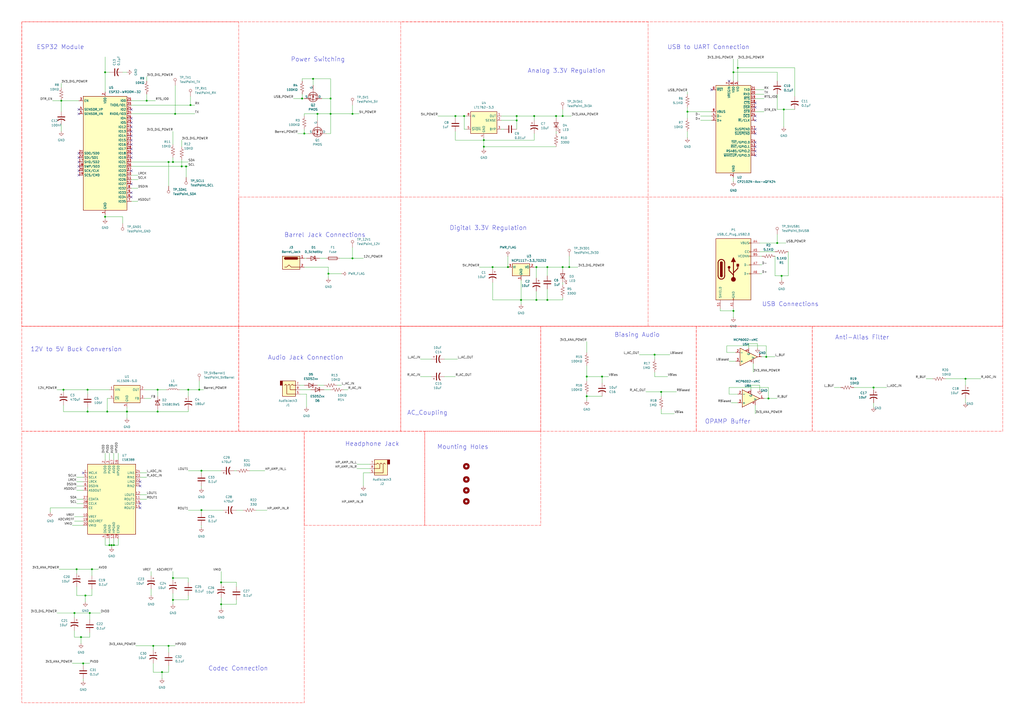
<source format=kicad_sch>
(kicad_sch (version 20250114) (generator "eeschema") (generator_version "9.0")
  (paper "A2")
  (text "OPAMP Buffer\n" (at 422.148 244.602 0) (effects (font (size 2.54 2.54))))
  (text "Analog 3.3V Regulation" (at 328.676 41.148 0) (effects (font (size 2.54 2.54))))
  (text "USB to UART Connection" (at 410.972 27.432 0) (effects (font (size 2.54 2.54))))
  (text "Anti-Alias Filter" (at 500.126 195.834 0) (effects (font (size 2.54 2.54))))
  (text "Digital 3.3V Regulation " (at 284.226 132.334 0) (effects (font (size 2.54 2.54))))
  (text "Power Switching" (at 184.404 34.544 0) (effects (font (size 2.54 2.54))))
  (text "Headphone Jack " (at 216.916 257.556 0) (effects (font (size 2.54 2.54))))
  (text "12V to 5V Buck Conversion" (at 44.196 202.692 0) (effects (font (size 2.54 2.54))))
  (text "USB Connections" (at 458.47 176.53 0) (effects (font (size 2.54 2.54))))
  (text "Codec Connection" (at 138.176 387.858 0) (effects (font (size 2.54 2.54))))
  (text "Biasing Audio\n" (at 369.57 194.31 0) (effects (font (size 2.54 2.54))))
  (text "AC_Coupling" (at 247.904 239.522 0) (effects (font (size 2.54 2.54))))
  (text "Audio Jack Connection" (at 177.292 207.518 0) (effects (font (size 2.54 2.54))))
  (text "Barrel Jack Connections" (at 188.468 136.398 0) (effects (font (size 2.54 2.54))))
  (text "Mounting Holes\n" (at 268.478 259.334 0) (effects (font (size 2.54 2.54))))
  (text "ESP32 Module" (at 35.052 27.432 0) (effects (font (size 2.54 2.54))))
  (junction (at 191.77 66.04))
  (junction (at 63.5 316.23))
  (junction (at 317.5 154.94))
  (junction (at 66.04 316.23))
  (junction (at 299.72 67.31))
  (junction (at 299.72 69.85))
  (junction (at 60.96 41.91))
  (junction (at 302.26 173.99))
  (junction (at 176.53 77.47))
  (junction (at 73.66 238.76))
  (junction (at 50.8 238.76))
  (junction (at 425.45 41.91))
  (junction (at 445.77 231.14))
  (junction (at 60.96 125.73))
  (junction (at 326.39 67.31))
  (junction (at 107.95 96.52))
  (junction (at 52.07 355.6))
  (junction (at 53.34 330.2))
  (junction (at 311.15 154.94))
  (junction (at 560.07 219.71))
  (junction (at 91.44 238.76))
  (junction (at 35.56 58.42))
  (junction (at 444.5 207.01))
  (junction (at 115.57 226.06))
  (junction (at 190.5 158.75))
  (junction (at 425.45 180.34))
  (junction (at 280.67 81.28))
  (junction (at 85.09 58.42))
  (junction (at 204.47 149.86))
  (junction (at 269.24 67.31))
  (junction (at 116.84 295.91))
  (junction (at 97.79 374.65))
  (junction (at 44.45 330.2))
  (junction (at 330.2 154.94))
  (junction (at 88.9 374.65))
  (junction (at 322.58 67.31))
  (junction (at 128.27 350.52))
  (junction (at 62.23 238.76))
  (junction (at 109.22 226.06))
  (junction (at 184.15 66.04))
  (junction (at 280.67 85.09))
  (junction (at 398.78 64.77))
  (junction (at 294.64 154.94))
  (junction (at 450.85 140.97))
  (junction (at 175.26 57.15))
  (junction (at 311.15 173.99))
  (junction (at 97.79 93.98))
  (junction (at 506.73 224.79))
  (junction (at 101.6 66.04))
  (junction (at 204.47 66.04))
  (junction (at 181.61 45.72))
  (junction (at 36.83 226.06))
  (junction (at 349.25 218.44))
  (junction (at 48.26 384.81))
  (junction (at 128.27 337.82))
  (junction (at 91.44 226.06))
  (junction (at 454.66 63.5))
  (junction (at 50.8 226.06))
  (junction (at 49.53 345.44))
  (junction (at 64.77 316.23))
  (junction (at 100.33 335.28))
  (junction (at 100.33 347.98))
  (junction (at 326.39 154.94))
  (junction (at 340.36 229.87))
  (junction (at 105.41 96.52))
  (junction (at 100.33 93.98))
  (junction (at 383.54 227.33))
  (junction (at 46.99 369.57))
  (junction (at 285.75 154.94))
  (junction (at 93.98 389.89))
  (junction (at 110.49 60.96))
  (junction (at 116.84 273.05))
  (junction (at 264.16 67.31))
  (junction (at 43.18 355.6))
  (junction (at 191.77 57.15))
  (junction (at 309.88 67.31))
  (junction (at 427.99 39.37))
  (junction (at 379.73 205.74))
  (junction (at 317.5 173.99))
  (junction (at 340.36 218.44))
  (junction (at 453.39 160.02))
  (no_connect (at 45.72 93.98))
  (no_connect (at 81.28 294.64))
  (no_connect (at 76.2 83.82))
  (no_connect (at 76.2 114.3))
  (no_connect (at 76.2 88.9))
  (no_connect (at 76.2 71.12))
  (no_connect (at 76.2 99.06))
  (no_connect (at 76.2 81.28))
  (no_connect (at 438.15 67.31))
  (no_connect (at 81.28 292.1))
  (no_connect (at 438.15 69.85))
  (no_connect (at 45.72 99.06))
  (no_connect (at 45.72 91.44))
  (no_connect (at 76.2 106.68))
  (no_connect (at 76.2 63.5))
  (no_connect (at 422.91 46.99))
  (no_connect (at 45.72 63.5))
  (no_connect (at 48.26 274.32))
  (no_connect (at 438.15 90.17))
  (no_connect (at 438.15 62.23))
  (no_connect (at 438.15 77.47))
  (no_connect (at 412.75 52.07))
  (no_connect (at 76.2 111.76))
  (no_connect (at 76.2 76.2))
  (no_connect (at 438.15 59.69))
  (no_connect (at 81.28 281.94))
  (no_connect (at 438.15 87.63))
  (no_connect (at 45.72 96.52))
  (no_connect (at 76.2 68.58))
  (no_connect (at 438.15 85.09))
  (no_connect (at 76.2 91.44))
  (no_connect (at 76.2 86.36))
  (no_connect (at 438.15 74.93))
  (no_connect (at 81.28 279.4))
  (no_connect (at 45.72 66.04))
  (no_connect (at 45.72 88.9))
  (no_connect (at 438.15 82.55))
  (no_connect (at 45.72 101.6))
  (no_connect (at 76.2 73.66))
  (no_connect (at 76.2 78.74))
  (wire (pts (xy 176.53 66.04) (xy 184.15 66.04)))
  (wire (pts (xy 560.07 223.52) (xy 560.07 219.71)))
  (wire (pts (xy 243.84 208.28) (xy 250.19 208.28)))
  (wire (pts (xy 43.18 299.72) (xy 48.26 299.72)))
  (wire (pts (xy 35.56 58.42) (xy 45.72 58.42)))
  (wire (pts (xy 109.22 295.91) (xy 116.84 295.91)))
  (wire (pts (xy 440.69 146.05) (xy 449.58 146.05)))
  (wire (pts (xy 311.15 154.94) (xy 317.5 154.94)))
  (wire (pts (xy 317.5 154.94) (xy 326.39 154.94)))
  (wire (pts (xy 73.66 238.76) (xy 73.66 242.57)))
  (wire (pts (xy 191.77 45.72) (xy 191.77 57.15)))
  (wire (pts (xy 85.09 54.61) (xy 85.09 58.42)))
  (wire (pts (xy 100.33 347.98) (xy 100.33 350.52)))
  (wire (pts (xy 76.2 66.04) (xy 101.6 66.04)))
  (wire (pts (xy 264.16 67.31) (xy 269.24 67.31)))
  (wire (pts (xy 63.5 231.14) (xy 62.23 231.14)))
  (wire (pts (xy 383.54 240.03) (xy 383.54 237.49)))
  (wire (pts (xy 417.83 180.34) (xy 425.45 180.34)))
  (wire (pts (xy 349.25 229.87) (xy 340.36 229.87)))
  (wire (pts (xy 52.07 355.6) (xy 52.07 359.41)))
  (wire (pts (xy 48.26 393.7) (xy 48.26 394.97)))
  (wire (pts (xy 560.07 231.14) (xy 560.07 233.68)))
  (wire (pts (xy 461.01 39.37) (xy 427.99 39.37)))
  (wire (pts (xy 100.33 76.2) (xy 100.33 83.82)))
  (wire (pts (xy 35.56 72.39) (xy 35.56 76.2)))
  (wire (pts (xy 322.58 67.31) (xy 326.39 67.31)))
  (wire (pts (xy 29.21 294.64) (xy 48.26 294.64)))
  (wire (pts (xy 317.5 173.99) (xy 326.39 173.99)))
  (wire (pts (xy 105.41 81.28) (xy 105.41 85.09)))
  (wire (pts (xy 285.75 173.99) (xy 302.26 173.99)))
  (wire (pts (xy 109.22 226.06) (xy 109.22 229.87)))
  (wire (pts (xy 85.09 58.42) (xy 90.17 58.42)))
  (wire (pts (xy 71.12 41.91) (xy 73.66 41.91)))
  (wire (pts (xy 62.23 231.14) (xy 62.23 238.76)))
  (wire (pts (xy 68.58 312.42) (xy 68.58 316.23)))
  (wire (pts (xy 436.88 210.82) (xy 436.88 215.9)))
  (wire (pts (xy 374.65 227.33) (xy 383.54 227.33)))
  (wire (pts (xy 109.22 226.06) (xy 115.57 226.06)))
  (wire (pts (xy 50.8 226.06) (xy 50.8 228.6)))
  (wire (pts (xy 44.45 279.4) (xy 48.26 279.4)))
  (wire (pts (xy 417.83 179.07) (xy 417.83 180.34)))
  (wire (pts (xy 172.72 77.47) (xy 176.53 77.47)))
  (wire (pts (xy 199.39 226.06) (xy 201.93 226.06)))
  (wire (pts (xy 427.99 34.29) (xy 427.99 39.37)))
  (wire (pts (xy 426.72 204.47) (xy 421.64 204.47)))
  (wire (pts (xy 49.53 345.44) (xy 53.34 345.44)))
  (wire (pts (xy 116.84 273.05) (xy 116.84 274.32)))
  (wire (pts (xy 302.26 173.99) (xy 311.15 173.99)))
  (wire (pts (xy 76.2 101.6) (xy 80.01 101.6)))
  (wire (pts (xy 64.77 316.23) (xy 64.77 317.5)))
  (wire (pts (xy 450.85 41.91) (xy 425.45 41.91)))
  (wire (pts (xy 185.42 149.86) (xy 189.23 149.86)))
  (wire (pts (xy 425.45 179.07) (xy 425.45 180.34)))
  (wire (pts (xy 439.42 199.39) (xy 434.34 199.39)))
  (wire (pts (xy 63.5 262.89) (xy 63.5 266.7)))
  (wire (pts (xy 309.88 77.47) (xy 309.88 81.28)))
  (wire (pts (xy 101.6 66.04) (xy 113.03 66.04)))
  (wire (pts (xy 191.77 66.04) (xy 204.47 66.04)))
  (wire (pts (xy 189.23 77.47) (xy 191.77 77.47)))
  (wire (pts (xy 438.15 234.95) (xy 438.15 240.03)))
  (wire (pts (xy 398.78 76.2) (xy 398.78 80.01)))
  (wire (pts (xy 444.5 207.01) (xy 449.58 207.01)))
  (wire (pts (xy 175.26 54.61) (xy 175.26 57.15)))
  (wire (pts (xy 278.13 154.94) (xy 285.75 154.94)))
  (wire (pts (xy 560.07 219.71) (xy 568.96 219.71)))
  (wire (pts (xy 454.66 63.5) (xy 454.66 73.66)))
  (wire (pts (xy 270.51 74.93) (xy 269.24 74.93)))
  (wire (pts (xy 424.18 233.68) (xy 427.99 233.68)))
  (wire (pts (xy 116.84 281.94) (xy 116.84 283.21)))
  (wire (pts (xy 406.4 69.85) (xy 412.75 69.85)))
  (wire (pts (xy 97.79 107.95) (xy 97.79 93.98)))
  (wire (pts (xy 48.26 384.81) (xy 52.07 384.81)))
  (wire (pts (xy 50.8 236.22) (xy 50.8 238.76)))
  (wire (pts (xy 322.58 76.2) (xy 322.58 77.47)))
  (wire (pts (xy 422.91 209.55) (xy 426.72 209.55)))
  (wire (pts (xy 445.77 231.14) (xy 443.23 231.14)))
  (wire (pts (xy 29.21 294.64) (xy 29.21 297.18)))
  (wire (pts (xy 326.39 154.94) (xy 330.2 154.94)))
  (wire (pts (xy 438.15 54.61) (xy 443.23 54.61)))
  (wire (pts (xy 290.83 69.85) (xy 299.72 69.85)))
  (wire (pts (xy 116.84 295.91) (xy 129.54 295.91)))
  (wire (pts (xy 137.16 340.36) (xy 137.16 337.82)))
  (wire (pts (xy 109.22 337.82) (xy 109.22 335.28)))
  (wire (pts (xy 44.45 340.36) (xy 44.45 345.44)))
  (wire (pts (xy 280.67 80.01) (xy 280.67 81.28)))
  (wire (pts (xy 81.28 289.56) (xy 85.09 289.56)))
  (wire (pts (xy 85.09 44.45) (xy 85.09 46.99)))
  (wire (pts (xy 135.89 273.05) (xy 137.16 273.05)))
  (wire (pts (xy 87.63 341.63) (xy 87.63 345.44)))
  (wire (pts (xy 60.96 41.91) (xy 60.96 53.34)))
  (wire (pts (xy 88.9 384.81) (xy 88.9 389.89)))
  (wire (pts (xy 104.14 226.06) (xy 109.22 226.06)))
  (wire (pts (xy 109.22 345.44) (xy 109.22 347.98)))
  (wire (pts (xy 137.16 347.98) (xy 137.16 350.52)))
  (wire (pts (xy 461.01 63.5) (xy 454.66 63.5)))
  (wire (pts (xy 49.53 349.25) (xy 49.53 345.44)))
  (wire (pts (xy 349.25 218.44) (xy 349.25 222.25)))
  (wire (pts (xy 387.35 218.44) (xy 379.73 218.44)))
  (wire (pts (xy 43.18 355.6) (xy 52.07 355.6)))
  (wire (pts (xy 91.44 238.76) (xy 109.22 238.76)))
  (wire (pts (xy 207.01 269.24) (xy 214.63 269.24)))
  (wire (pts (xy 148.59 295.91) (xy 154.94 295.91)))
  (wire (pts (xy 379.73 208.28) (xy 379.73 205.74)))
  (wire (pts (xy 440.69 226.06) (xy 440.69 223.52)))
  (wire (pts (xy 44.45 330.2) (xy 53.34 330.2)))
  (wire (pts (xy 506.73 224.79) (xy 514.35 224.79)))
  (wire (pts (xy 64.77 316.23) (xy 66.04 316.23)))
  (wire (pts (xy 506.73 226.06) (xy 506.73 224.79)))
  (wire (pts (xy 36.83 227.33) (xy 36.83 226.06)))
  (wire (pts (xy 425.45 41.91) (xy 425.45 46.99)))
  (wire (pts (xy 109.22 347.98) (xy 100.33 347.98)))
  (wire (pts (xy 109.22 273.05) (xy 116.84 273.05)))
  (wire (pts (xy 109.22 237.49) (xy 109.22 238.76)))
  (wire (pts (xy 53.34 341.63) (xy 53.34 345.44)))
  (wire (pts (xy 450.85 135.89) (xy 450.85 140.97)))
  (wire (pts (xy 97.79 374.65) (xy 97.79 378.46)))
  (wire (pts (xy 309.88 69.85) (xy 309.88 67.31)))
  (wire (pts (xy 173.99 228.6) (xy 177.8 228.6)))
  (wire (pts (xy 440.69 140.97) (xy 450.85 140.97)))
  (wire (pts (xy 60.96 124.46) (xy 60.96 125.73)))
  (wire (pts (xy 311.15 168.91) (xy 311.15 173.99)))
  (wire (pts (xy 204.47 60.96) (xy 204.47 66.04)))
  (wire (pts (xy 60.96 312.42) (xy 60.96 316.23)))
  (wire (pts (xy 105.41 96.52) (xy 107.95 96.52)))
  (wire (pts (xy 257.81 218.44) (xy 264.16 218.44)))
  (wire (pts (xy 440.69 223.52) (xy 435.61 223.52)))
  (wire (pts (xy 340.36 218.44) (xy 349.25 218.44)))
  (wire (pts (xy 71.12 125.73) (xy 60.96 125.73)))
  (wire (pts (xy 340.36 228.6) (xy 340.36 229.87)))
  (wire (pts (xy 440.69 148.59) (xy 441.96 148.59)))
  (wire (pts (xy 35.56 58.42) (xy 35.56 64.77)))
  (wire (pts (xy 445.77 224.79) (xy 445.77 231.14)))
  (wire (pts (xy 41.91 384.81) (xy 48.26 384.81)))
  (wire (pts (xy 43.18 302.26) (xy 48.26 302.26)))
  (wire (pts (xy 450.85 140.97) (xy 455.93 140.97)))
  (wire (pts (xy 330.2 148.59) (xy 330.2 154.94)))
  (wire (pts (xy 91.44 226.06) (xy 96.52 226.06)))
  (wire (pts (xy 440.69 153.67) (xy 441.96 153.67)))
  (wire (pts (xy 110.49 60.96) (xy 113.03 60.96)))
  (wire (pts (xy 83.82 231.14) (xy 87.63 231.14)))
  (wire (pts (xy 269.24 74.93) (xy 269.24 67.31)))
  (wire (pts (xy 440.69 158.75) (xy 441.96 158.75)))
  (wire (pts (xy 48.26 384.81) (xy 48.26 386.08)))
  (wire (pts (xy 175.26 45.72) (xy 181.61 45.72)))
  (wire (pts (xy 91.44 238.76) (xy 73.66 238.76)))
  (wire (pts (xy 254 67.31) (xy 264.16 67.31)))
  (wire (pts (xy 434.34 199.39) (xy 434.34 201.93)))
  (wire (pts (xy 105.41 92.71) (xy 105.41 96.52)))
  (wire (pts (xy 379.73 205.74) (xy 388.62 205.74)))
  (wire (pts (xy 68.58 262.89) (xy 68.58 266.7)))
  (wire (pts (xy 88.9 374.65) (xy 97.79 374.65)))
  (wire (pts (xy 128.27 331.47) (xy 128.27 337.82)))
  (wire (pts (xy 340.36 212.09) (xy 340.36 218.44)))
  (wire (pts (xy 317.5 167.64) (xy 317.5 173.99)))
  (wire (pts (xy 311.15 161.29) (xy 311.15 154.94)))
  (wire (pts (xy 379.73 218.44) (xy 379.73 215.9)))
  (wire (pts (xy 176.53 149.86) (xy 177.8 149.86)))
  (wire (pts (xy 280.67 81.28) (xy 280.67 85.09)))
  (wire (pts (xy 44.45 276.86) (xy 48.26 276.86)))
  (wire (pts (xy 537.21 219.71) (xy 541.02 219.71)))
  (wire (pts (xy 439.42 201.93) (xy 439.42 199.39)))
  (wire (pts (xy 115.57 220.98) (xy 115.57 226.06)))
  (wire (pts (xy 175.26 57.15) (xy 176.53 57.15)))
  (wire (pts (xy 322.58 67.31) (xy 322.58 68.58)))
  (wire (pts (xy 44.45 345.44) (xy 49.53 345.44)))
  (wire (pts (xy 33.02 355.6) (xy 43.18 355.6)))
  (wire (pts (xy 285.75 154.94) (xy 294.64 154.94)))
  (wire (pts (xy 214.63 274.32) (xy 210.82 274.32)))
  (wire (pts (xy 52.07 367.03) (xy 52.07 369.57)))
  (wire (pts (xy 421.64 204.47) (xy 421.64 200.66)))
  (wire (pts (xy 506.73 224.79) (xy 495.3 224.79)))
  (wire (pts (xy 422.91 228.6) (xy 422.91 224.79)))
  (wire (pts (xy 97.79 374.65) (xy 101.6 374.65)))
  (wire (pts (xy 53.34 330.2) (xy 53.34 334.01)))
  (wire (pts (xy 326.39 67.31) (xy 331.47 67.31)))
  (wire (pts (xy 326.39 173.99) (xy 326.39 172.72)))
  (wire (pts (xy 190.5 154.94) (xy 190.5 158.75)))
  (wire (pts (xy 115.57 226.06) (xy 118.11 226.06)))
  (wire (pts (xy 280.67 85.09) (xy 280.67 86.36)))
  (wire (pts (xy 309.88 67.31) (xy 299.72 67.31)))
  (wire (pts (xy 107.95 96.52) (xy 109.22 96.52)))
  (wire (pts (xy 422.91 224.79) (xy 445.77 224.79)))
  (wire (pts (xy 60.96 41.91) (xy 63.5 41.91)))
  (wire (pts (xy 87.63 331.47) (xy 87.63 334.01)))
  (wire (pts (xy 43.18 369.57) (xy 46.99 369.57)))
  (wire (pts (xy 398.78 64.77) (xy 412.75 64.77)))
  (wire (pts (xy 560.07 219.71) (xy 548.64 219.71)))
  (wire (pts (xy 93.98 389.89) (xy 97.79 389.89)))
  (wire (pts (xy 204.47 149.86) (xy 210.82 149.86)))
  (wire (pts (xy 44.45 281.94) (xy 48.26 281.94)))
  (wire (pts (xy 457.2 146.05) (xy 457.2 160.02)))
  (wire (pts (xy 406.4 67.31) (xy 412.75 67.31)))
  (wire (pts (xy 191.77 57.15) (xy 186.69 57.15)))
  (wire (pts (xy 88.9 374.65) (xy 88.9 377.19)))
  (wire (pts (xy 41.91 304.8) (xy 48.26 304.8)))
  (wire (pts (xy 449.58 148.59) (xy 449.58 160.02)))
  (wire (pts (xy 66.04 316.23) (xy 68.58 316.23)))
  (wire (pts (xy 427.99 39.37) (xy 427.99 46.99)))
  (wire (pts (xy 116.84 304.8) (xy 116.84 306.07)))
  (wire (pts (xy 97.79 386.08) (xy 97.79 389.89)))
  (wire (pts (xy 81.28 274.32) (xy 85.09 274.32)))
  (wire (pts (xy 294.64 148.59) (xy 294.64 154.94)))
  (wire (pts (xy 457.2 160.02) (xy 453.39 160.02)))
  (wire (pts (xy 91.44 237.49) (xy 91.44 238.76)))
  (wire (pts (xy 137.16 350.52) (xy 128.27 350.52)))
  (wire (pts (xy 137.16 337.82) (xy 128.27 337.82)))
  (wire (pts (xy 461.01 55.88) (xy 461.01 39.37)))
  (wire (pts (xy 76.2 109.22) (xy 80.01 109.22)))
  (wire (pts (xy 190.5 158.75) (xy 190.5 161.29)))
  (wire (pts (xy 398.78 64.77) (xy 398.78 68.58)))
  (wire (pts (xy 444.5 207.01) (xy 441.96 207.01)))
  (wire (pts (xy 76.2 58.42) (xy 85.09 58.42)))
  (wire (pts (xy 483.87 224.79) (xy 487.68 224.79)))
  (wire (pts (xy 450.85 54.61) (xy 450.85 63.5)))
  (wire (pts (xy 116.84 273.05) (xy 128.27 273.05)))
  (wire (pts (xy 425.45 34.29) (xy 425.45 41.91)))
  (wire (pts (xy 435.61 223.52) (xy 435.61 226.06)))
  (wire (pts (xy 309.88 81.28) (xy 280.67 81.28)))
  (wire (pts (xy 309.88 154.94) (xy 311.15 154.94)))
  (wire (pts (xy 44.45 330.2) (xy 44.45 332.74)))
  (wire (pts (xy 137.16 295.91) (xy 140.97 295.91)))
  (wire (pts (xy 425.45 102.87) (xy 425.45 105.41)))
  (wire (pts (xy 181.61 45.72) (xy 191.77 45.72)))
  (wire (pts (xy 445.77 231.14) (xy 450.85 231.14)))
  (wire (pts (xy 317.5 160.02) (xy 317.5 154.94)))
  (wire (pts (xy 170.18 57.15) (xy 175.26 57.15)))
  (wire (pts (xy 340.36 198.12) (xy 340.36 204.47)))
  (wire (pts (xy 144.78 273.05) (xy 153.67 273.05)))
  (wire (pts (xy 60.96 125.73) (xy 60.96 127)))
  (wire (pts (xy 326.39 163.83) (xy 326.39 165.1)))
  (wire (pts (xy 299.72 69.85) (xy 299.72 74.93)))
  (wire (pts (xy 383.54 229.87) (xy 383.54 227.33)))
  (wire (pts (xy 269.24 67.31) (xy 270.51 67.31)))
  (wire (pts (xy 128.27 346.71) (xy 128.27 350.52)))
  (wire (pts (xy 100.33 93.98) (xy 109.22 93.98)))
  (wire (pts (xy 71.12 129.54) (xy 71.12 125.73)))
  (wire (pts (xy 46.99 369.57) (xy 52.07 369.57)))
  (wire (pts (xy 299.72 67.31) (xy 299.72 69.85)))
  (wire (pts (xy 60.96 33.02) (xy 60.96 41.91)))
  (wire (pts (xy 177.8 228.6) (xy 177.8 236.22)))
  (wire (pts (xy 176.53 77.47) (xy 179.07 77.47)))
  (wire (pts (xy 264.16 81.28) (xy 280.67 81.28)))
  (wire (pts (xy 438.15 52.07) (xy 443.23 52.07)))
  (wire (pts (xy 97.79 93.98) (xy 100.33 93.98)))
  (wire (pts (xy 398.78 53.34) (xy 398.78 54.61)))
  (wire (pts (xy 264.16 76.2) (xy 264.16 81.28)))
  (wire (pts (xy 36.83 234.95) (xy 36.83 238.76)))
  (wire (pts (xy 196.85 149.86) (xy 204.47 149.86)))
  (wire (pts (xy 60.96 316.23) (xy 63.5 316.23)))
  (wire (pts (xy 340.36 218.44) (xy 340.36 220.98)))
  (wire (pts (xy 257.81 208.28) (xy 265.43 208.28)))
  (wire (pts (xy 116.84 297.18) (xy 116.84 295.91)))
  (wire (pts (xy 326.39 63.5) (xy 326.39 67.31)))
  (wire (pts (xy 100.33 335.28) (xy 100.33 336.55)))
  (wire (pts (xy 207.01 271.78) (xy 214.63 271.78)))
  (wire (pts (xy 128.27 337.82) (xy 128.27 339.09)))
  (wire (pts (xy 195.58 223.52) (xy 198.12 223.52)))
  (wire (pts (xy 52.07 355.6) (xy 58.42 355.6)))
  (wire (pts (xy 322.58 85.09) (xy 280.67 85.09)))
  (wire (pts (xy 60.96 262.89) (xy 60.96 266.7)))
  (wire (pts (xy 453.39 160.02) (xy 453.39 162.56)))
  (wire (pts (xy 110.49 55.88) (xy 110.49 60.96)))
  (wire (pts (xy 391.16 240.03) (xy 383.54 240.03)))
  (wire (pts (xy 66.04 262.89) (xy 66.04 266.7)))
  (wire (pts (xy 76.2 93.98) (xy 97.79 93.98)))
  (wire (pts (xy 76.2 104.14) (xy 80.01 104.14)))
  (wire (pts (xy 309.88 67.31) (xy 322.58 67.31)))
  (wire (pts (xy 187.96 226.06) (xy 191.77 226.06)))
  (wire (pts (xy 311.15 173.99) (xy 317.5 173.99)))
  (wire (pts (xy 76.2 60.96) (xy 110.49 60.96)))
  (wire (pts (xy 100.33 331.47) (xy 100.33 335.28)))
  (wire (pts (xy 33.02 226.06) (xy 36.83 226.06)))
  (wire (pts (xy 210.82 274.32) (xy 210.82 281.94)))
  (wire (pts (xy 243.84 218.44) (xy 250.19 218.44)))
  (wire (pts (xy 43.18 358.14) (xy 43.18 355.6)))
  (wire (pts (xy 290.83 74.93) (xy 292.1 74.93)))
  (wire (pts (xy 285.75 154.94) (xy 285.75 156.21)))
  (wire (pts (xy 176.53 67.31) (xy 176.53 66.04)))
  (wire (pts (xy 34.29 330.2) (xy 44.45 330.2)))
  (wire (pts (xy 349.25 218.44) (xy 353.06 218.44)))
  (wire (pts (xy 191.77 57.15) (xy 191.77 66.04)))
  (wire (pts (xy 43.18 369.57) (xy 43.18 365.76)))
  (wire (pts (xy 176.53 154.94) (xy 190.5 154.94)))
  (wire (pts (xy 83.82 226.06) (xy 91.44 226.06)))
  (wire (pts (xy 128.27 350.52) (xy 128.27 353.06)))
  (wire (pts (xy 44.45 284.48) (xy 48.26 284.48)))
  (wire (pts (xy 184.15 69.85) (xy 184.15 66.04)))
  (wire (pts (xy 81.28 287.02) (xy 85.09 287.02)))
  (wire (pts (xy 36.83 238.76) (xy 50.8 238.76)))
  (wire (pts (xy 46.99 373.38) (xy 46.99 369.57)))
  (wire (pts (xy 109.22 335.28) (xy 100.33 335.28)))
  (wire (pts (xy 88.9 389.89) (xy 93.98 389.89)))
  (wire (pts (xy 93.98 393.7) (xy 93.98 389.89)))
  (wire (pts (xy 302.26 162.56) (xy 302.26 173.99)))
  (wire (pts (xy 370.84 205.74) (xy 379.73 205.74)))
  (wire (pts (xy 285.75 163.83) (xy 285.75 173.99)))
  (wire (pts (xy 76.2 116.84) (xy 80.01 116.84)))
  (wire (pts (xy 425.45 180.34) (xy 425.45 184.15)))
  (wire (pts (xy 73.66 236.22) (xy 73.66 238.76)))
  (wire (pts (xy 35.56 48.26) (xy 35.56 50.8)))
  (wire (pts (xy 191.77 77.47) (xy 191.77 66.04)))
  (wire (pts (xy 81.28 276.86) (xy 85.09 276.86)))
  (wire (pts (xy 444.5 200.66) (xy 444.5 207.01)))
  (wire (pts (xy 330.2 154.94) (xy 335.28 154.94)))
  (wire (pts (xy 30.48 58.42) (xy 35.56 58.42)))
  (wire (pts (xy 181.61 45.72) (xy 181.61 49.53)))
  (wire (pts (xy 53.34 330.2) (xy 57.15 330.2)))
  (wire (pts (xy 184.15 66.04) (xy 191.77 66.04)))
  (wire (pts (xy 44.45 292.1) (xy 48.26 292.1)))
  (wire (pts (xy 184.15 223.52) (xy 187.96 223.52)))
  (wire (pts (xy 299.72 67.31) (xy 290.83 67.31)))
  (wire (pts (xy 427.99 228.6) (xy 422.91 228.6)))
  (wire (pts (xy 36.83 226.06) (xy 50.8 226.06)))
  (wire (pts (xy 101.6 49.53) (xy 101.6 66.04)))
  (wire (pts (xy 50.8 226.06) (xy 63.5 226.06)))
  (wire (pts (xy 398.78 62.23) (xy 398.78 64.77)))
  (wire (pts (xy 100.33 91.44) (xy 100.33 93.98)))
  (wire (pts (xy 383.54 227.33) (xy 392.43 227.33)))
  (wire (pts (xy 190.5 158.75) (xy 198.12 158.75)))
  (wire (pts (xy 204.47 143.51) (xy 204.47 149.86)))
  (wire (pts (xy 76.2 96.52) (xy 105.41 96.52)))
  (wire (pts (xy 438.15 64.77) (xy 443.23 64.77)))
  (wire (pts (xy 100.33 344.17) (xy 100.33 347.98)))
  (wire (pts (xy 176.53 74.93) (xy 176.53 77.47)))
  (wire (pts (xy 63.5 312.42) (xy 63.5 316.23)))
  (wire (pts (xy 66.04 316.23) (xy 66.04 312.42)))
  (wire (pts (xy 450.85 63.5) (xy 454.66 63.5)))
  (wire (pts (xy 340.36 229.87) (xy 340.36 232.41)))
  (wire (pts (xy 506.73 233.68) (xy 506.73 236.22)))
  (wire (pts (xy 107.95 96.52) (xy 107.95 102.87)))
  (wire (pts (xy 449.58 160.02) (xy 453.39 160.02)))
  (wire (pts (xy 204.47 66.04) (xy 208.28 66.04)))
  (wire (pts (xy 175.26 46.99) (xy 175.26 45.72)))
  (wire (pts (xy 264.16 67.31) (xy 264.16 68.58)))
  (wire (pts (xy 91.44 226.06) (xy 91.44 229.87)))
  (wire (pts (xy 78.74 374.65) (xy 88.9 374.65)))
  (wire (pts (xy 173.99 226.06) (xy 180.34 226.06)))
  (wire (pts (xy 50.8 238.76) (xy 62.23 238.76)))
  (wire (pts (xy 302.26 173.99) (xy 302.26 176.53)))
  (wire (pts (xy 63.5 316.23) (xy 64.77 316.23)))
  (wire (pts (xy 44.45 289.56) (xy 48.26 289.56)))
  (wire (pts (xy 421.64 200.66) (xy 444.5 200.66)))
  (wire (pts (xy 450.85 46.99) (xy 450.85 41.91)))
  (wire (pts (xy 438.15 57.15) (xy 443.23 57.15)))
  (wire (pts (xy 326.39 156.21) (xy 326.39 154.94)))
  (wire (pts (xy 62.23 238.76) (xy 73.66 238.76)))
  (wire (pts (xy 173.99 223.52) (xy 176.53 223.52)))
  (label "HP_AMP_IN_L" (at 153.67 273.05 0))
  (label "3V3_ANA_POWER" (at 34.29 330.2 180))
  (label "USB_POWER" (at 170.18 57.15 180))
  (label "3V3_ANA_POWER" (at 331.47 67.31 0))
  (label "12V_POWER" (at 33.02 226.06 180))
  (label "HPVDD" (at 101.6 374.65 0))
  (label "R_AC_IN" (at 201.93 226.06 0))
  (label "ASDOUT" (at 44.45 284.48 180))
  (label "DTR_EN" (at 443.23 64.77 0))
  (label "ASDOUT" (at 80.01 116.84 0))
  (label "HP_AMP_IN_R" (at 198.12 292.1 0))
  (label "RTS_IO0" (at 90.17 58.42 0))
  (label "LRCK" (at 80.01 101.6 0))
  (label "USB_POWER" (at 398.78 53.34 180))
  (label "Barrel_POWER" (at 118.11 226.06 0))
  (label "PVDD" (at 63.5 262.89 90))
  (label "R_AC_IN" (at 243.84 218.44 180))
  (label "LOUT1" (at 85.09 287.02 0))
  (label "HP_AMP_IN_L" (at 207.01 269.24 180))
  (label "VMID" (at 41.91 304.8 180))
  (label "3V3_ANA_POWER" (at 436.88 215.9 0))
  (label "VBias" (at 353.06 218.44 0))
  (label "SDA" (at 44.45 289.56 180))
  (label "LOUT1" (at 109.22 273.05 180))
  (label "L_ADC_IN" (at 85.09 274.32 0))
  (label "DSDIN" (at 44.45 281.94 180))
  (label "RX" (at 443.23 52.07 0))
  (label "HP_AMP_IN_R" (at 154.94 295.91 0))
  (label "R_AC_OUT" (at 264.16 218.44 0))
  (label "HP_AMP_IN_R" (at 207.01 271.78 180))
  (label "R_BUF" (at 450.85 231.14 0))
  (label "D-" (at 441.96 153.67 0))
  (label "PVDD" (at 52.07 384.81 0))
  (label "SDA" (at 109.22 93.98 0))
  (label "L_AC_IN" (at 198.12 223.52 0))
  (label "L_AC_IN" (at 243.84 208.28 180))
  (label "L_AC_OUT" (at 265.43 208.28 0))
  (label "Barrel_POWER" (at 172.72 77.47 180))
  (label "R_ADC_IN" (at 568.96 219.71 0))
  (label "5V_POWER" (at 278.13 154.94 180))
  (label "SCLK" (at 80.01 104.14 0))
  (label "L_BUF" (at 483.87 224.79 180))
  (label "3V3_DIG_POWER" (at 33.02 355.6 180))
  (label "L_ADC_IN" (at 514.35 224.79 0))
  (label "RTS_IO0" (at 443.23 57.15 0))
  (label "3V3_DIG_POWER" (at 35.56 48.26 0))
  (label "SCL" (at 109.22 96.52 0))
  (label "L_BUF" (at 449.58 207.01 0))
  (label "R_ADC_IN" (at 85.09 276.86 0))
  (label "3V3_DIG_POWER" (at 425.45 34.29 180))
  (label "VBias" (at 387.35 218.44 0))
  (label "AVDD" (at 57.15 330.2 0))
  (label "USB_POWER" (at 455.93 140.97 0))
  (label "3V3_DIG_POWER" (at 105.41 81.28 0))
  (label "VBias" (at 391.16 240.03 0))
  (label "RBiased" (at 424.18 233.68 180))
  (label "LBiased" (at 388.62 205.74 0))
  (label "3V3_DIG_POWER" (at 335.28 154.94 0))
  (label "SCL" (at 44.45 292.1 180))
  (label "VREF" (at 43.18 299.72 180))
  (label "TX" (at 443.23 54.61 0))
  (label "5V_POWER" (at 208.28 66.04 0))
  (label "ADCVREFF" (at 43.18 302.26 180))
  (label "ADCVREFF" (at 100.33 331.47 180))
  (label "3V3_ANA_POWER" (at 41.91 384.81 180))
  (label "R_BUF" (at 537.21 219.71 180))
  (label "D-" (at 406.4 67.31 180))
  (label "LBiased" (at 422.91 209.55 180))
  (label "3V3_DIG_POWER" (at 427.99 34.29 0))
  (label "3V3_DIG_POWER" (at 85.09 44.45 0))
  (label "DTR_EN" (at 30.48 58.42 180))
  (label "HPVDD" (at 68.58 262.89 90))
  (label "L_AC_OUT" (at 370.84 205.74 180))
  (label "DVDD" (at 58.42 355.6 0))
  (label "3V3_DIG_POWER" (at 100.33 76.2 180))
  (label "VMID" (at 128.27 331.47 180))
  (label "RBiased" (at 392.43 227.33 0))
  (label "D+" (at 406.4 69.85 180))
  (label "R_AC_OUT" (at 374.65 227.33 180))
  (label "ROUT1" (at 85.09 289.56 0))
  (label "FB" (at 87.63 231.14 0))
  (label "ROUT1" (at 109.22 295.91 180))
  (label "SCLK" (at 44.45 276.86 180))
  (label "3V3_ANA_POWER" (at 78.74 374.65 180))
  (label "AVDD" (at 66.04 262.89 90))
  (label "D+" (at 441.96 158.75 0))
  (label "DSDIN" (at 80.01 109.22 0))
  (label "LRCK" (at 44.45 279.4 180))
  (label "3V3_ANA_POWER" (at 340.36 198.12 180))
  (label "VREF" (at 87.63 331.47 180))
  (label "12V_POWER" (at 210.82 149.86 0))
  (label "RX" (at 113.03 60.96 0))
  (label "DVDD" (at 60.96 262.89 90))
  (label "3V3_ANA_POWER" (at 438.15 240.03 0))
  (label "5V_POWER" (at 254 67.31 180))
  (label "TX" (at 113.03 66.04 0))
  (rule_area (polyline (pts (xy 12.7 250.19) (xy 176.53 250.19) (xy 176.53 407.67) (xy 12.7 407.67)) (stroke (width 0) (type dash))))
  (rule_area (polyline (pts (xy 313.69 250.19) (xy 313.69 189.23) (xy 403.86 189.23) (xy 403.86 250.19)) (stroke (width 0) (type dash))))
  (rule_area (polyline (pts (xy 246.38 304.8) (xy 246.38 250.19) (xy 313.69 250.19) (xy 313.69 304.8)) (stroke (width 0) (type dash))))
  (rule_area (polyline (pts (xy 403.86 250.19) (xy 403.86 189.23) (xy 471.17 189.23) (xy 471.17 250.19)) (stroke (width 0) (type dash))))
  (rule_area (polyline (pts (xy 232.41 250.19) (xy 232.41 189.23) (xy 313.69 189.23) (xy 313.69 250.19)) (stroke (width 0) (type dash))))
  (rule_area (polyline (pts (xy 581.66 189.23) (xy 581.66 12.7) (xy 12.7 12.7) (xy 12.7 189.23)) (stroke (width 0) (type dash))))
  (rule_area (polyline (pts (xy 471.17 250.19) (xy 471.17 189.23) (xy 581.66 189.23) (xy 581.66 250.19)) (stroke (width 0) (type dash))))
  (rule_area (polyline (pts (xy 12.7 189.23) (xy 138.43 189.23) (xy 138.43 250.19) (xy 12.7 250.19)) (stroke (width 0) (type dash))))
  (rule_area (polyline (pts (xy 12.7 12.7) (xy 12.7 189.23) (xy 138.43 189.23) (xy 138.43 12.7)) (stroke (width 0) (type dash))))
  (rule_area (polyline (pts (xy 232.41 12.7) (xy 232.41 189.23) (xy 375.92 189.23) (xy 375.92 12.7)) (stroke (width 0) (type dash))))
  (rule_area (polyline (pts (xy 176.53 304.8) (xy 176.53 250.19) (xy 246.38 250.19) (xy 246.38 304.8)) (stroke (width 0) (type dash))))
  (rule_area (polyline (pts (xy 138.43 189.23) (xy 138.43 114.3) (xy 581.66 114.3) (xy 581.66 189.23)) (stroke (width 0) (type dash))))
  (rule_area (polyline (pts (xy 138.43 250.19) (xy 138.43 189.23) (xy 232.41 189.23) (xy 232.41 250.19)) (stroke (width 0) (type dash))))
  (symbol (lib_id "power:GND") (at 340.36 232.41 0) (unit 1)
    (property "Reference" "#PWR012" (effects (hide yes)))
    (property "Value" "GND" (at 340.36 237.49 0))
    (property "Description" "Power symbol creates a global label with name \"GND\" , ground" (effects (hide yes)))
  )
  (symbol (lib_name "MCP6002-xMC_1") (lib_id "Amplifier_Operational:MCP6002-xMC") (at 434.34 207.01 0) (mirror x) (unit 1)
    (property "Reference" "U6" (at 432.562 199.644 0))
    (property "Value" "MCP6002-xMC" (at 432.562 197.104 0))
    (property "Footprint" "Package_DFN_QFN:DFN-8-1EP_3x2mm_P0.5mm_EP1.75x1.45mm" (effects (hide yes)))
    (property "Datasheet" "http://ww1.microchip.com/downloads/en/DeviceDoc/21733j.pdf" (effects (hide yes)))
    (property "Description" "1MHz, Low-Power Op Amp, DFN-8" (effects (hide yes)))
  )
  (symbol (lib_id "Device:C") (at 295.91 74.93 90) (unit 1)
    (property "Reference" "C9" (at 298.45 77.47 90) (effects (justify right)))
    (property "Value" "0.01uF" (at 298.45 80.01 90) (effects (justify right)))
    (property "Footprint" "Capacitor_Tantalum_SMD:CP_EIA-1608-10_AVX-L" (effects (hide yes)))
    (property "Description" "Unpolarized capacitor" (effects (hide yes)))
  )
  (symbol (lib_id "power:GND") (at 100.33 350.52 0) (unit 1)
    (property "Reference" "#PWR019" (effects (hide yes)))
    (property "Value" "GND" (at 100.33 355.6 0))
    (property "Description" "Power symbol creates a global label with name \"GND\" , ground" (effects (hide yes)))
  )
  (symbol (lib_id "power:GND") (at 128.27 353.06 0) (unit 1)
    (property "Reference" "#PWR020" (effects (hide yes)))
    (property "Value" "GND" (at 128.27 358.14 0))
    (property "Description" "Power symbol creates a global label with name \"GND\" , ground" (effects (hide yes)))
  )
  (symbol (lib_id "Device:C") (at 109.22 341.63 0) (unit 1)
    (property "Reference" "C25" (at 113.03 340.3599 0) (effects (justify left)))
    (property "Value" "0.1uF" (at 113.03 342.8999 0) (effects (justify left)))
    (property "Footprint" "Capacitor_Tantalum_SMD:CP_EIA-1608-10_AVX-L" (effects (hide yes)))
    (property "Description" "Unpolarized capacitor" (effects (hide yes)))
  )
  (symbol (lib_id "RF_Module:ESP32-WROOM-32") (at 60.96 88.9 0) (unit 1)
    (property "Reference" "U5" (at 63.1033 50.8 0) (effects (justify left)))
    (property "Value" "ESP32-WROOM-32" (at 63.1033 53.34 0) (effects (justify left)))
    (property "Footprint" "RF_Module:ESP32-WROOM-32" (effects (hide yes)))
    (property "Datasheet" "https://www.espressif.com/sites/default/files/documentation/esp32-wroom-32_datasheet_en.pdf" (effects (hide yes)))
    (property "Description" "RF Module, ESP32-D0WDQ6 SoC, Wi-Fi 802.11b/g/n, Bluetooth, BLE, 32-bit, 2.7-3.6V, onboard antenna, SMD" (effects (hide yes)))
  )
  (symbol (lib_id "Device:R_US") (at 105.41 88.9 0) (unit 1)
    (property "Reference" "R12" (at 106.68 83.566 0) (effects (justify left)))
    (property "Value" "10KΩ" (at 106.68 86.106 0) (effects (justify left)))
    (property "Footprint" "Resistor_SMD:R_0201_0603Metric" (effects (hide yes)))
    (property "Description" "Resistor, US symbol" (effects (hide yes)))
  )
  (symbol (lib_id "Device:C_Polarized_US") (at 254 218.44 90) (unit 1)
    (property "Reference" "C15" (at 256.286 222.504 90) (effects (justify left)))
    (property "Value" "10uF" (at 256.286 225.044 90) (effects (justify left)))
    (property "Footprint" "Capacitor_Tantalum_SMD:CP_EIA-1608-10_AVX-L" (effects (hide yes)))
    (property "Description" "Polarized capacitor, US symbol" (effects (hide yes)))
  )
  (symbol (lib_id "power:GND") (at 302.26 176.53 0) (unit 1)
    (property "Reference" "#PWR04" (effects (hide yes)))
    (property "Value" "GND" (at 302.26 181.61 0))
    (property "Description" "Power symbol creates a global label with name \"GND\" , ground" (effects (hide yes)))
  )
  (symbol (lib_id "Device:C_Polarized_US") (at 285.75 160.02 0) (mirror y) (unit 1)
    (property "Reference" "C1" (at 281.94 158.1149 0) (effects (justify left)))
    (property "Value" "10uF" (at 281.94 160.6549 0) (effects (justify left)))
    (property "Footprint" "Capacitor_Tantalum_SMD:CP_EIA-1608-10_AVX-L" (effects (hide yes)))
    (property "Description" "Polarized capacitor, US symbol" (effects (hide yes)))
  )
  (symbol (lib_id "Simulation_SPICE:PMOS") (at 184.15 74.93 270) (unit 1)
    (property "Reference" "Q1" (at 184.15 81.28 90))
    (property "Value" "PMOS" (at 184.15 83.82 90))
    (property "Footprint" "Package_TO_SOT_SMD:SuperSOT-3" (effects (hide yes)))
    (property "Datasheet" "https://ngspice.sourceforge.io/docs/ngspice-html-manual/manual.xhtml#cha_MOSFETs" (effects (hide yes)))
    (property "Description" "P-MOSFET transistor, drain/source/gate" (effects (hide yes)))
    (property "Sim.Device" "PMOS" (effects (hide yes)))
    (property "Sim.Type" "VDMOS" (effects (hide yes)))
    (property "Sim.Pins" "1=D 2=G 3=S" (effects (hide yes)))
  )
  (symbol (lib_id "Device:R_US") (at 340.36 224.79 0) (mirror y) (unit 1)
    (property "Reference" "R16" (at 337.82 223.5199 0) (effects (justify left)))
    (property "Value" "100KΩ" (at 337.82 226.0599 0) (effects (justify left)))
    (property "Footprint" "Resistor_SMD:R_0201_0603Metric" (effects (hide yes)))
    (property "Description" "Resistor, US symbol" (effects (hide yes)))
  )
  (symbol (lib_id "power:GND") (at 210.82 281.94 0) (mirror y) (unit 1)
    (property "Reference" "#PWR026" (effects (hide yes)))
    (property "Value" "GND" (at 210.82 287.02 0))
    (property "Description" "Power symbol creates a global label with name \"GND\" , ground" (effects (hide yes)))
  )
  (symbol (lib_id "Device:C_Polarized_US") (at 109.22 233.68 0) (unit 1)
    (property "Reference" "C4" (at 113.03 231.7749 0) (effects (justify left)))
    (property "Value" "180uF" (at 113.03 234.3149 0) (effects (justify left)))
    (property "Footprint" "Capacitor_Tantalum_SMD:CP_EIA-1608-10_AVX-L" (effects (hide yes)))
    (property "Description" "Polarized capacitor, US symbol" (effects (hide yes)))
  )
  (symbol (lib_id "Device:C_Polarized_US") (at 87.63 337.82 0) (mirror y) (unit 1)
    (property "Reference" "C23" (at 83.82 335.9149 0) (effects (justify left)))
    (property "Value" "10uF" (at 83.82 338.4549 0) (effects (justify left)))
    (property "Footprint" "Capacitor_Tantalum_SMD:CP_EIA-1608-10_AVX-L" (effects (hide yes)))
    (property "Description" "Polarized capacitor, US symbol" (effects (hide yes)))
  )
  (symbol (lib_id "power:GND") (at 87.63 345.44 0) (unit 1)
    (property "Reference" "#PWR018" (effects (hide yes)))
    (property "Value" "GND" (at 87.63 350.52 0))
    (property "Description" "Power symbol creates a global label with name \"GND\" , ground" (effects (hide yes)))
  )
  (symbol (lib_id "Device:R_US") (at 491.49 224.79 270) (mirror x) (unit 1)
    (property "Reference" "R19" (at 493.014 219.71 90) (effects (justify left)))
    (property "Value" "10KΩ" (at 493.014 222.25 90) (effects (justify left)))
    (property "Footprint" "Resistor_SMD:R_0201_0603Metric" (effects (hide yes)))
    (property "Description" "Resistor, US symbol" (effects (hide yes)))
  )
  (symbol (lib_id "Device:C") (at 264.16 72.39 0) (mirror y) (unit 1)
    (property "Reference" "C8" (at 260.35 71.1199 0) (effects (justify left)))
    (property "Value" "1uF" (at 260.35 73.6599 0) (effects (justify left)))
    (property "Footprint" "Capacitor_Tantalum_SMD:CP_EIA-1608-10_AVX-L" (effects (hide yes)))
    (property "Description" "Unpolarized capacitor" (effects (hide yes)))
  )
  (symbol (lib_id "power:GND") (at 49.53 349.25 0) (unit 1)
    (property "Reference" "#PWR021" (effects (hide yes)))
    (property "Value" "GND" (at 49.53 354.33 0))
    (property "Description" "Power symbol creates a global label with name \"GND\" , ground" (effects (hide yes)))
  )
  (symbol (lib_id "Audio:ES8388") (at 66.04 289.56 0) (unit 1)
    (property "Reference" "U7" (at 70.7233 264.16 0) (effects (justify left)))
    (property "Value" "ES8388" (at 70.7233 266.7 0) (effects (justify left)))
    (property "Footprint" "Package_DFN_QFN:QFN-28-1EP_4x4mm_P0.45mm_EP2.6x2.6mm" (effects (hide yes)))
    (property "Datasheet" "http://www.everest-semi.com/pdf/ES8388%20DS.pdf" (effects (hide yes)))
    (property "Description" "Low Power Stereo Audio CODEC With Headphone Amplifier, 24-bit, 8kHz - 96kHz ADC / DAC sampling frequency, 1.8V - 3.3V supply, WQFN-28" (effects (hide yes)))
  )
  (symbol (lib_id "Device:R_US") (at 195.58 226.06 270) (unit 1)
    (property "Reference" "R14" (at 195.834 231.902 90) (effects (justify left)))
    (property "Value" "10KΩ" (at 195.834 229.362 90) (effects (justify left)))
    (property "Footprint" "Resistor_SMD:R_0201_0603Metric" (effects (hide yes)))
    (property "Description" "Resistor, US symbol" (effects (hide yes)))
  )
  (symbol (lib_id "power:GND") (at 46.99 373.38 0) (unit 1)
    (property "Reference" "#PWR022" (effects (hide yes)))
    (property "Value" "GND" (at 46.99 378.46 0))
    (property "Description" "Power symbol creates a global label with name \"GND\" , ground" (effects (hide yes)))
  )
  (symbol (lib_id "Device:D_Schottky") (at 181.61 149.86 180) (unit 1)
    (property "Reference" "D1" (at 181.9275 143.51 0))
    (property "Value" "D_Schottky" (at 181.9275 146.05 0))
    (property "Footprint" "Diode_SMD:D_0805_2012Metric_Pad1.15x1.40mm_HandSolder" (effects (hide yes)))
    (property "Description" "Schottky diode" (effects (hide yes)))
  )
  (symbol (lib_id "power:GND") (at 73.66 242.57 0) (unit 1)
    (property "Reference" "#PWR01" (effects (hide yes)))
    (property "Value" "GND" (at 73.66 247.65 0))
    (property "Description" "Power symbol creates a global label with name \"GND\" , ground" (effects (hide yes)))
  )
  (symbol (lib_id "Device:C_Polarized_US") (at 254 208.28 90) (mirror x) (unit 1)
    (property "Reference" "C14" (at 256.286 204.216 90) (effects (justify left)))
    (property "Value" "10uF" (at 256.286 201.676 90) (effects (justify left)))
    (property "Footprint" "Capacitor_Tantalum_SMD:CP_EIA-1608-10_AVX-L" (effects (hide yes)))
    (property "Description" "Polarized capacitor, US symbol" (effects (hide yes)))
  )
  (symbol (lib_id "power:GND") (at 398.78 80.01 0) (unit 1)
    (property "Reference" "#PWR09" (effects (hide yes)))
    (property "Value" "GND" (at 398.78 85.09 0))
    (property "Description" "Power symbol creates a global label with name \"GND\" , ground" (effects (hide yes)))
  )
  (symbol (lib_id "Mechanical:MountingHole") (at 270.51 270.51 0) (unit 1) (in_bom no)
    (property "Reference" "H1" (effects (hide yes)))
    (property "Value" "MountingHole" (effects (hide yes)))
    (property "Footprint" "MountingHole:MountingHole_2.2mm_M2_Pad_TopBottom" (effects (hide yes)))
    (property "Description" "Mounting Hole without connection" (effects (hide yes)))
  )
  (symbol (lib_id "Device:C_Polarized_US") (at 100.33 340.36 0) (mirror y) (unit 1)
    (property "Reference" "C24" (at 96.52 338.4549 0) (effects (justify left)))
    (property "Value" "10uF" (at 96.52 340.9949 0) (effects (justify left)))
    (property "Footprint" "Capacitor_Tantalum_SMD:CP_EIA-1608-10_AVX-L" (effects (hide yes)))
    (property "Description" "Polarized capacitor, US symbol" (effects (hide yes)))
  )
  (symbol (lib_id "power:GND") (at 454.66 73.66 0) (unit 1)
    (property "Reference" "#PWR03" (effects (hide yes)))
    (property "Value" "GND" (at 454.66 78.74 0))
    (property "Description" "Power symbol creates a global label with name \"GND\" , ground" (effects (hide yes)))
  )
  (symbol (lib_id "Interface_USB:CP2102N-Axx-xQFN24") (at 425.45 74.93 0) (unit 1)
    (property "Reference" "U2" (at 427.5933 102.87 0) (effects (justify left)))
    (property "Value" "CP2102N-Axx-xQFN24" (at 427.5933 105.41 0) (effects (justify left)))
    (property "Footprint" "Package_DFN_QFN:QFN-24-1EP_4x4mm_P0.5mm_EP2.6x2.6mm" (effects (hide yes)))
    (property "Datasheet" "https://www.silabs.com/documents/public/data-sheets/cp2102n-datasheet.pdf" (effects (hide yes)))
    (property "Description" "USB to UART master bridge, QFN-24" (effects (hide yes)))
  )
  (symbol (lib_id "Device:R_US") (at 326.39 168.91 0) (unit 1)
    (property "Reference" "R5" (at 328.93 167.6399 0) (effects (justify left)))
    (property "Value" "330Ω" (at 328.93 170.1799 0) (effects (justify left)))
    (property "Footprint" "Resistor_SMD:R_0201_0603Metric" (effects (hide yes)))
    (property "Description" "Resistor, US symbol" (effects (hide yes)))
  )
  (symbol (lib_id "Device:R_US") (at 35.56 54.61 0) (mirror y) (unit 1)
    (property "Reference" "R8" (at 34.29 49.276 0) (effects (justify left)))
    (property "Value" "10KΩ" (at 34.29 51.816 0) (effects (justify left)))
    (property "Footprint" "Resistor_SMD:R_0201_0603Metric" (effects (hide yes)))
    (property "Description" "Resistor, US symbol" (effects (hide yes)))
  )
  (symbol (lib_id "Diode:1N5819WS") (at 91.44 233.68 270) (unit 1)
    (property "Reference" "D2" (at 93.98 232.0924 90) (effects (justify left)))
    (property "Value" "1N5819WS" (at 93.98 234.6324 90) (effects (justify left)))
    (property "Footprint" "Diode_SMD:D_0805_2012Metric_Pad1.15x1.40mm_HandSolder" (effects (hide yes)))
    (property "Datasheet" "https://datasheet.lcsc.com/lcsc/2204281430_Guangdong-Hottech-1N5819WS_C191023.pdf" (effects (hide yes)))
    (property "Description" "40V 600mV@1A 1A SOD-323 Schottky Barrier Diodes, SOD-323" (effects (hide yes)))
  )
  (symbol (lib_id "Device:C_Polarized_US") (at 349.25 226.06 0) (mirror y) (unit 1)
    (property "Reference" "C16" (at 353.314 227.33 0) (effects (justify right)))
    (property "Value" "10uF" (at 353.314 224.79 0) (effects (justify right)))
    (property "Footprint" "Capacitor_Tantalum_SMD:CP_EIA-1608-10_AVX-L" (effects (hide yes)))
    (property "Description" "Polarized capacitor, US symbol" (effects (hide yes)))
  )
  (symbol (lib_id "Device:C") (at 317.5 163.83 0) (unit 1)
    (property "Reference" "C6" (at 321.31 162.5599 0) (effects (justify left)))
    (property "Value" "1uF" (at 321.31 165.0999 0) (effects (justify left)))
    (property "Footprint" "Capacitor_Tantalum_SMD:CP_EIA-1608-10_AVX-L" (effects (hide yes)))
    (property "Description" "Unpolarized capacitor" (effects (hide yes)))
  )
  (symbol (lib_id "power:GND") (at 73.66 41.91 90) (unit 1)
    (property "Reference" "#PWR08" (effects (hide yes)))
    (property "Value" "GND" (at 78.74 41.91 0))
    (property "Description" "Power symbol creates a global label with name \"GND\" , ground" (effects (hide yes)))
  )
  (symbol (lib_id "power:PWR_FLAG") (at 294.64 148.59 0) (unit 1)
    (property "Reference" "#FLG01" (effects (hide yes)))
    (property "Value" "PWR_FLAG" (at 294.64 143.51 0))
    (property "Description" "Special symbol for telling ERC where power comes from" (effects (hide yes)))
  )
  (symbol (lib_id "Device:C") (at 116.84 300.99 0) (unit 1)
    (property "Reference" "C34" (at 120.65 299.7199 0) (effects (justify left)))
    (property "Value" "0.1uF" (at 120.65 302.2599 0) (effects (justify left)))
    (property "Footprint" "Capacitor_Tantalum_SMD:CP_EIA-1608-10_AVX-L" (effects (hide yes)))
    (property "Description" "Unpolarized capacitor" (effects (hide yes)))
  )
  (symbol (lib_id "Connector_Audio:AudioJack3") (at 168.91 226.06 0) (mirror x) (unit 1)
    (property "Reference" "J1" (at 167.005 234.95 0))
    (property "Value" "AudioJack3" (at 167.005 232.41 0))
    (property "Footprint" "Connector_Audio:Jack_3.5mm_Ledino_KB3SPRS_Horizontal" (effects (hide yes)))
    (property "Description" "Audio Jack, 3 Poles (Stereo / TRS)" (effects (hide yes)))
  )
  (symbol (lib_name "MCP6002-xMC_1") (lib_id "Amplifier_Operational:MCP6002-xMC") (at 435.61 231.14 0) (mirror x) (unit 1)
    (property "Reference" "U8" (at 433.832 223.774 0))
    (property "Value" "MCP6002-xMC" (at 433.832 221.234 0))
    (property "Footprint" "Package_DFN_QFN:DFN-8-1EP_3x2mm_P0.5mm_EP1.75x1.45mm" (effects (hide yes)))
    (property "Datasheet" "http://ww1.microchip.com/downloads/en/DeviceDoc/21733j.pdf" (effects (hide yes)))
    (property "Description" "1MHz, Low-Power Op Amp, DFN-8" (effects (hide yes)))
  )
  (symbol (lib_id "Device:R_US") (at 176.53 71.12 0) (mirror y) (unit 1)
    (property "Reference" "R3" (at 173.99 69.8499 0) (effects (justify left)))
    (property "Value" "100KΩ" (at 173.99 72.3899 0) (effects (justify left)))
    (property "Footprint" "Resistor_SMD:R_0201_0603Metric" (effects (hide yes)))
    (property "Description" "Resistor, US symbol" (effects (hide yes)))
  )
  (symbol (lib_id "Device:Fuse") (at 193.04 149.86 90) (unit 1)
    (property "Reference" "F1" (at 193.04 143.51 90))
    (property "Value" "Fuse" (at 193.04 146.05 90))
    (property "Footprint" "Fuse:Fuse_0603_1608Metric" (effects (hide yes)))
    (property "Description" "Fuse" (effects (hide yes)))
  )
  (symbol (lib_id "power:GND") (at 35.56 76.2 0) (unit 1)
    (property "Reference" "#PWR0101" (effects (hide yes)))
    (property "Value" "GND" (at 35.56 81.28 0))
    (property "Description" "Power symbol creates a global label with name \"GND\" , ground" (effects (hide yes)))
  )
  (symbol (lib_id "Diode:ESD5Zxx") (at 184.15 226.06 0) (mirror y) (unit 1)
    (property "Reference" "D6" (at 184.15 232.41 0))
    (property "Value" "ESD5Zxx" (at 184.15 229.87 0))
    (property "Footprint" "Diode_SMD:D_SOD-523" (effects (hide yes)))
    (property "Datasheet" "https://www.onsemi.com/pdf/datasheet/esd5z2.5t1-d.pdf" (effects (hide yes)))
    (property "Description" "ESD Protection Diode, SOD-523" (effects (hide yes)))
  )
  (symbol (lib_id "Simulation_SPICE:PMOS") (at 181.61 54.61 270) (unit 1)
    (property "Reference" "Q2" (at 181.61 60.96 90))
    (property "Value" "PMOS" (at 181.61 63.5 90))
    (property "Footprint" "Package_TO_SOT_SMD:SuperSOT-3" (effects (hide yes)))
    (property "Datasheet" "https://ngspice.sourceforge.io/docs/ngspice-html-manual/manual.xhtml#cha_MOSFETs" (effects (hide yes)))
    (property "Description" "P-MOSFET transistor, drain/source/gate" (effects (hide yes)))
    (property "Sim.Device" "PMOS" (effects (hide yes)))
    (property "Sim.Type" "VDMOS" (effects (hide yes)))
    (property "Sim.Pins" "1=D 2=G 3=S" (effects (hide yes)))
  )
  (symbol (lib_id "Connector:TestPoint") (at 204.47 143.51 0) (unit 1)
    (property "Reference" "TP_12V1" (at 207.01 138.9379 0) (effects (justify left)))
    (property "Value" "TestPoint_12V" (at 207.01 141.4779 0) (effects (justify left)))
    (property "Footprint" "TestPoint:TestPoint_Plated_Hole_D2.0mm" (effects (hide yes)))
    (property "Description" "test point" (effects (hide yes)))
  )
  (symbol (lib_id "Connector:USB_C_Plug_USB2.0") (at 425.45 156.21 0) (unit 1)
    (property "Reference" "P1" (at 425.45 133.35 0))
    (property "Value" "USB_C_Plug_USB2.0" (at 425.45 135.89 0))
    (property "Footprint" "Connector_USB:USB_C_Receptacle_GCT_USB4085" (effects (hide yes)))
    (property "Datasheet" "https://www.usb.org/sites/default/files/documents/usb_type-c.zip" (effects (hide yes)))
    (property "Description" "USB 2.0-only Type-C Plug connector" (effects (hide yes)))
  )
  (symbol (lib_id "Device:C_Polarized_US") (at 309.88 73.66 0) (unit 1)
    (property "Reference" "C7" (at 313.69 71.7549 0) (effects (justify left)))
    (property "Value" "10uF" (at 313.69 74.2949 0) (effects (justify left)))
    (property "Footprint" "Capacitor_Tantalum_SMD:CP_EIA-1608-10_AVX-L" (effects (hide yes)))
    (property "Description" "Polarized capacitor, US symbol" (effects (hide yes)))
  )
  (symbol (lib_id "Device:C_US") (at 67.31 41.91 90) (unit 1)
    (property "Reference" "C13" (at 66.2939 38.1 0) (effects (justify left)))
    (property "Value" "0.1µF" (at 68.8339 38.1 0) (effects (justify left)))
    (property "Footprint" "Capacitor_Tantalum_SMD:CP_EIA-1608-10_AVX-L" (effects (hide yes)))
    (property "Description" "capacitor, US symbol" (effects (hide yes)))
  )
  (symbol (lib_id "power:GND") (at 29.21 297.18 0) (unit 1)
    (property "Reference" "#PWR025" (effects (hide yes)))
    (property "Value" "GND" (at 29.21 302.26 0))
    (property "Description" "Power symbol creates a global label with name \"GND\" , ground" (effects (hide yes)))
  )
  (symbol (lib_id "Device:R_US") (at 140.97 273.05 270) (mirror x) (unit 1)
    (property "Reference" "R21" (at 141.224 267.208 90) (effects (justify left)))
    (property "Value" "33Ω" (at 141.224 269.748 90) (effects (justify left)))
    (property "Footprint" "Resistor_SMD:R_0201_0603Metric" (effects (hide yes)))
    (property "Description" "Resistor, US symbol" (effects (hide yes)))
  )
  (symbol (lib_id "power:GND") (at 60.96 127 0) (unit 1)
    (property "Reference" "#PWR010" (effects (hide yes)))
    (property "Value" "GND" (at 60.96 132.08 0))
    (property "Description" "Power symbol creates a global label with name \"GND\" , ground" (effects (hide yes)))
  )
  (symbol (lib_id "Device:R_US") (at 100.33 87.63 0) (mirror y) (unit 1)
    (property "Reference" "R11" (at 99.06 82.296 0) (effects (justify left)))
    (property "Value" "10KΩ" (at 99.06 84.836 0) (effects (justify left)))
    (property "Footprint" "Resistor_SMD:R_0201_0603Metric" (effects (hide yes)))
    (property "Description" "Resistor, US symbol" (effects (hide yes)))
  )
  (symbol (lib_id "Device:C") (at 48.26 389.89 0) (unit 1)
    (property "Reference" "C31" (at 52.07 388.6199 0) (effects (justify left)))
    (property "Value" "0.1uF" (at 52.07 391.1599 0) (effects (justify left)))
    (property "Footprint" "Capacitor_Tantalum_SMD:CP_EIA-1608-10_AVX-L" (effects (hide yes)))
    (property "Description" "Unpolarized capacitor" (effects (hide yes)))
  )
  (symbol (lib_id "Mechanical:MountingHole") (at 270.51 278.13 0) (unit 1) (in_bom no)
    (property "Reference" "H2" (effects (hide yes)))
    (property "Value" "MountingHole" (effects (hide yes)))
    (property "Footprint" "MountingHole:MountingHole_2.2mm_M2_Pad_TopBottom" (effects (hide yes)))
    (property "Description" "Mounting Hole without connection" (effects (hide yes)))
  )
  (symbol (lib_id "Connector:TestPoint") (at 107.95 102.87 180) (unit 1)
    (property "Reference" "TP_SCL1" (at 110.49 104.9019 0) (effects (justify right)))
    (property "Value" "TestPoint_SCL" (at 110.49 107.4419 0) (effects (justify right)))
    (property "Footprint" "TestPoint:TestPoint_Plated_Hole_D2.0mm" (effects (hide yes)))
    (property "Description" "test point" (effects (hide yes)))
  )
  (symbol (lib_id "power:GND") (at 439.42 201.93 0) (unit 1)
    (property "Reference" "#PWR014" (effects (hide yes)))
    (property "Value" "GND" (at 442.214 204.724 0))
    (property "Description" "Power symbol creates a global label with name \"GND\" , ground" (effects (hide yes)))
  )
  (symbol (lib_id "Connector:Barrel_Jack") (at 168.91 152.4 0) (unit 1)
    (property "Reference" "J3" (at 168.91 143.51 0))
    (property "Value" "Barrel_Jack" (at 168.91 146.05 0))
    (property "Footprint" "Connector_BarrelJack:BarrelJack_GCT_DCJ200-10-A_Horizontal" (effects (hide yes)))
    (property "Description" "DC Barrel Jack" (effects (hide yes)))
  )
  (symbol (lib_id "Device:C_Polarized_US") (at 133.35 295.91 90) (unit 1)
    (property "Reference" "C28" (at 132.715 288.29 90))
    (property "Value" "470uF" (at 132.715 290.83 90))
    (property "Footprint" "Capacitor_Tantalum_SMD:CP_EIA-1608-10_AVX-L" (effects (hide yes)))
    (property "Description" "Polarized capacitor, US symbol" (effects (hide yes)))
  )
  (symbol (lib_id "Device:R_US") (at 398.78 58.42 0) (mirror x) (unit 1)
    (property "Reference" "R6" (at 396.24 57.1499 0) (effects (justify right)))
    (property "Value" "5.1KΩ" (at 396.24 59.6899 0) (effects (justify right)))
    (property "Footprint" "Resistor_SMD:R_0201_0603Metric" (effects (hide yes)))
    (property "Description" "Resistor, US symbol" (effects (hide yes)))
  )
  (symbol (lib_id "Device:C") (at 53.34 337.82 0) (unit 1)
    (property "Reference" "C19" (at 57.15 336.5499 0) (effects (justify left)))
    (property "Value" "0.1uF" (at 57.15 339.0899 0) (effects (justify left)))
    (property "Footprint" "Capacitor_Tantalum_SMD:CP_EIA-1608-10_AVX-L" (effects (hide yes)))
    (property "Description" "Unpolarized capacitor" (effects (hide yes)))
  )
  (symbol (lib_id "Device:LED") (at 326.39 160.02 90) (unit 1)
    (property "Reference" "D3" (at 330.2 160.3374 90) (effects (justify right)))
    (property "Value" "LED" (at 330.2 162.8774 90) (effects (justify right)))
    (property "Footprint" "LED_SMD:LED_0201_0603Metric" (effects (hide yes)))
    (property "Description" "Light emitting diode" (effects (hide yes)))
    (property "Sim.Pins" "1=K 2=A" (effects (hide yes)))
  )
  (symbol (lib_id "Device:R_US") (at 383.54 233.68 0) (mirror y) (unit 1)
    (property "Reference" "R18" (at 381 232.4099 0) (effects (justify left)))
    (property "Value" "1MΩ" (at 381 234.9499 0) (effects (justify left)))
    (property "Footprint" "Resistor_SMD:R_0201_0603Metric" (effects (hide yes)))
    (property "Description" "Resistor, US symbol" (effects (hide yes)))
  )
  (symbol (lib_id "Device:C_Polarized_US") (at 506.73 229.87 0) (mirror y) (unit 1)
    (property "Reference" "C17" (at 502.92 227.9649 0) (effects (justify left)))
    (property "Value" "10uF" (at 502.92 230.5049 0) (effects (justify left)))
    (property "Footprint" "Capacitor_Tantalum_SMD:CP_EIA-1608-10_AVX-L" (effects (hide yes)))
    (property "Description" "Polarized capacitor, US symbol" (effects (hide yes)))
  )
  (symbol (lib_id "power:GND") (at 116.84 306.07 0) (unit 1)
    (property "Reference" "#PWR027" (effects (hide yes)))
    (property "Value" "GND" (at 116.84 311.15 0))
    (property "Description" "Power symbol creates a global label with name \"GND\" , ground" (effects (hide yes)))
  )
  (symbol (lib_id "Connector:TestPoint") (at 71.12 129.54 180) (unit 1)
    (property "Reference" "TP_GND1" (at 73.66 131.5719 0) (effects (justify right)))
    (property "Value" "TestPoint_GND" (at 73.66 134.1119 0) (effects (justify right)))
    (property "Footprint" "TestPoint:TestPoint_Plated_Hole_D2.0mm" (effects (hide yes)))
    (property "Description" "test point" (effects (hide yes)))
  )
  (symbol (lib_id "Device:C_Polarized_US") (at 36.83 231.14 0) (unit 1)
    (property "Reference" "C3" (at 40.64 229.2349 0) (effects (justify left)))
    (property "Value" "470uF" (at 40.64 231.7749 0) (effects (justify left)))
    (property "Footprint" "Capacitor_Tantalum_SMD:CP_EIA-1608-10_AVX-L" (effects (hide yes)))
    (property "Description" "Polarized capacitor, US symbol" (effects (hide yes)))
  )
  (symbol (lib_id "Device:C_US") (at 450.85 50.8 0) (unit 1)
    (property "Reference" "C10" (at 454.66 49.7839 0) (effects (justify left)))
    (property "Value" "0.1µF" (at 454.66 52.3239 0) (effects (justify left)))
    (property "Footprint" "Capacitor_Tantalum_SMD:CP_EIA-1608-10_AVX-L" (effects (hide yes)))
    (property "Description" "capacitor, US symbol" (effects (hide yes)))
  )
  (symbol (lib_id "Connector:TestPoint") (at 110.49 55.88 0) (unit 1)
    (property "Reference" "TP_RX1" (at 113.03 51.3079 0) (effects (justify left)))
    (property "Value" "TestPoint_RX" (at 113.03 53.8479 0) (effects (justify left)))
    (property "Footprint" "TestPoint:TestPoint_Plated_Hole_D2.0mm" (effects (hide yes)))
    (property "Description" "test point" (effects (hide yes)))
  )
  (symbol (lib_id "Device:C_Polarized_US") (at 88.9 381 0) (mirror y) (unit 1)
    (property "Reference" "C30" (at 85.09 379.0949 0) (effects (justify left)))
    (property "Value" "10uF" (at 85.09 381.6349 0) (effects (justify left)))
    (property "Footprint" "Capacitor_Tantalum_SMD:CP_EIA-1608-10_AVX-L" (effects (hide yes)))
    (property "Description" "Polarized capacitor, US symbol" (effects (hide yes)))
  )
  (symbol (lib_id "Mechanical:MountingHole") (at 270.51 284.48 0) (unit 1) (in_bom no)
    (property "Reference" "H3" (effects (hide yes)))
    (property "Value" "MountingHole" (effects (hide yes)))
    (property "Footprint" "MountingHole:MountingHole_2.2mm_M2_Pad_TopBottom" (effects (hide yes)))
    (property "Description" "Mounting Hole without connection" (effects (hide yes)))
  )
  (symbol (lib_id "Device:C") (at 50.8 232.41 0) (unit 1)
    (property "Reference" "C5" (at 54.61 231.1399 0) (effects (justify left)))
    (property "Value" "105F" (at 54.61 233.6799 0) (effects (justify left)))
    (property "Footprint" "Capacitor_Tantalum_SMD:CP_EIA-1608-10_AVX-L" (effects (hide yes)))
    (property "Description" "Unpolarized capacitor" (effects (hide yes)))
  )
  (symbol (lib_id "Device:R_US") (at 322.58 81.28 0) (unit 1)
    (property "Reference" "R10" (at 325.12 80.0099 0) (effects (justify left)))
    (property "Value" "330Ω" (at 325.12 82.5499 0) (effects (justify left)))
    (property "Footprint" "Resistor_SMD:R_0201_0603Metric" (effects (hide yes)))
    (property "Description" "Resistor, US symbol" (effects (hide yes)))
  )
  (symbol (lib_id "Connector:TestPoint") (at 101.6 49.53 0) (unit 1)
    (property "Reference" "TP_TX1" (at 104.14 44.9579 0) (effects (justify left)))
    (property "Value" "TestPoint_TX" (at 104.14 47.4979 0) (effects (justify left)))
    (property "Footprint" "TestPoint:TestPoint_Plated_Hole_D2.0mm" (effects (hide yes)))
    (property "Description" "test point" (effects (hide yes)))
  )
  (symbol (lib_id "Device:LED") (at 322.58 72.39 90) (unit 1)
    (property "Reference" "D4" (at 326.39 72.7074 90) (effects (justify right)))
    (property "Value" "LED" (at 326.39 75.2474 90) (effects (justify right)))
    (property "Footprint" "LED_SMD:LED_0201_0603Metric" (effects (hide yes)))
    (property "Description" "Light emitting diode" (effects (hide yes)))
    (property "Sim.Pins" "1=K 2=A" (effects (hide yes)))
  )
  (symbol (lib_id "Connector:TestPoint") (at 450.85 135.89 0) (unit 1)
    (property "Reference" "TP_5VUSB1" (at 453.39 131.3179 0) (effects (justify left)))
    (property "Value" "TestPoint_5VUSB" (at 453.39 133.8579 0) (effects (justify left)))
    (property "Footprint" "TestPoint:TestPoint_Plated_Hole_D2.0mm" (effects (hide yes)))
    (property "Description" "test point" (effects (hide yes)))
  )
  (symbol (lib_id "Device:C_Polarized_US") (at 128.27 342.9 0) (mirror y) (unit 1)
    (property "Reference" "C26" (at 124.46 340.9949 0) (effects (justify left)))
    (property "Value" "10uF" (at 124.46 343.5349 0) (effects (justify left)))
    (property "Footprint" "Capacitor_Tantalum_SMD:CP_EIA-1608-10_AVX-L" (effects (hide yes)))
    (property "Description" "Polarized capacitor, US symbol" (effects (hide yes)))
  )
  (symbol (lib_id "power:GND") (at 425.45 105.41 0) (unit 1)
    (property "Reference" "#PWR05" (effects (hide yes)))
    (property "Value" "GND" (at 425.45 110.49 0))
    (property "Description" "Power symbol creates a global label with name \"GND\" , ground" (effects (hide yes)))
  )
  (symbol (lib_id "Diode:ESD5Zxx") (at 180.34 223.52 180) (unit 1)
    (property "Reference" "D5" (at 180.34 217.17 0))
    (property "Value" "ESD5Zxx" (at 180.34 219.71 0))
    (property "Footprint" "Diode_SMD:D_SOD-523" (effects (hide yes)))
    (property "Datasheet" "https://www.onsemi.com/pdf/datasheet/esd5z2.5t1-d.pdf" (effects (hide yes)))
    (property "Description" "ESD Protection Diode, SOD-523" (effects (hide yes)))
  )
  (symbol (lib_id "Device:R_US") (at 340.36 208.28 0) (mirror y) (unit 1)
    (property "Reference" "R15" (at 337.82 207.0099 0) (effects (justify left)))
    (property "Value" "100KΩ" (at 337.82 209.5499 0) (effects (justify left)))
    (property "Footprint" "Resistor_SMD:R_0201_0603Metric" (effects (hide yes)))
    (property "Description" "Resistor, US symbol" (effects (hide yes)))
  )
  (symbol (lib_id "power:GND") (at 177.8 236.22 0) (unit 1)
    (property "Reference" "#PWR011" (effects (hide yes)))
    (property "Value" "GND" (at 177.8 241.3 0))
    (property "Description" "Power symbol creates a global label with name \"GND\" , ground" (effects (hide yes)))
  )
  (symbol (lib_id "Connector:TestPoint") (at 97.79 107.95 180) (unit 1)
    (property "Reference" "TP_SDA1" (at 100.33 109.9819 0) (effects (justify right)))
    (property "Value" "TestPoint_SDA" (at 100.33 112.5219 0) (effects (justify right)))
    (property "Footprint" "TestPoint:TestPoint_Plated_Hole_D2.0mm" (effects (hide yes)))
    (property "Description" "test point" (effects (hide yes)))
  )
  (symbol (lib_id "power:GND") (at 453.39 162.56 0) (unit 1)
    (property "Reference" "#PWR07" (effects (hide yes)))
    (property "Value" "GND" (at 453.39 167.64 0))
    (property "Description" "Power symbol creates a global label with name \"GND\" , ground" (effects (hide yes)))
  )
  (symbol (lib_id "Device:C") (at 137.16 344.17 0) (unit 1)
    (property "Reference" "C27" (at 140.97 342.8999 0) (effects (justify left)))
    (property "Value" "0.1uF" (at 140.97 345.4399 0) (effects (justify left)))
    (property "Footprint" "Capacitor_Tantalum_SMD:CP_EIA-1608-10_AVX-L" (effects (hide yes)))
    (property "Description" "Unpolarized capacitor" (effects (hide yes)))
  )
  (symbol (lib_id "Connector:TestPoint") (at 330.2 148.59 0) (unit 1)
    (property "Reference" "TP_3V3D1" (at 332.74 144.0179 0) (effects (justify left)))
    (property "Value" "TestPoint_3V3D" (at 332.74 146.5579 0) (effects (justify left)))
    (property "Footprint" "TestPoint:TestPoint_Plated_Hole_D2.0mm" (effects (hide yes)))
    (property "Description" "test point" (effects (hide yes)))
  )
  (symbol (lib_id "Connector_Audio:AudioJack3") (at 219.71 271.78 180) (unit 1)
    (property "Reference" "J2" (at 221.615 280.67 0))
    (property "Value" "AudioJack3" (at 221.615 278.13 0))
    (property "Footprint" "Connector_Audio:Jack_3.5mm_Ledino_KB3SPRS_Horizontal" (effects (hide yes)))
    (property "Description" "Audio Jack, 3 Poles (Stereo / TRS)" (effects (hide yes)))
  )
  (symbol (lib_id "Device:C") (at 97.79 382.27 0) (unit 1)
    (property "Reference" "C32" (at 101.6 380.9999 0) (effects (justify left)))
    (property "Value" "0.1uF" (at 101.6 383.5399 0) (effects (justify left)))
    (property "Footprint" "Capacitor_Tantalum_SMD:CP_EIA-1608-10_AVX-L" (effects (hide yes)))
    (property "Description" "Unpolarized capacitor" (effects (hide yes)))
  )
  (symbol (lib_id "power:GND") (at 190.5 161.29 0) (unit 1)
    (property "Reference" "#PWR0103" (effects (hide yes)))
    (property "Value" "GND" (at 190.5 166.37 0))
    (property "Description" "Power symbol creates a global label with name \"GND\" , ground" (effects (hide yes)))
  )
  (symbol (lib_id "power:GND") (at 280.67 86.36 0) (unit 1)
    (property "Reference" "#PWR02" (effects (hide yes)))
    (property "Value" "GND" (at 280.67 91.44 0))
    (property "Description" "Power symbol creates a global label with name \"GND\" , ground" (effects (hide yes)))
  )
  (symbol (lib_id "Device:R_US") (at 175.26 50.8 0) (mirror y) (unit 1)
    (property "Reference" "R4" (at 172.72 49.5299 0) (effects (justify left)))
    (property "Value" "100KΩ" (at 172.72 52.0699 0) (effects (justify left)))
    (property "Footprint" "Resistor_SMD:R_0201_0603Metric" (effects (hide yes)))
    (property "Description" "Resistor, US symbol" (effects (hide yes)))
  )
  (symbol (lib_id "Device:R_US") (at 544.83 219.71 270) (mirror x) (unit 1)
    (property "Reference" "R20" (at 546.354 214.63 90) (effects (justify left)))
    (property "Value" "10KΩ" (at 546.354 217.17 90) (effects (justify left)))
    (property "Footprint" "Resistor_SMD:R_0201_0603Metric" (effects (hide yes)))
    (property "Description" "Resistor, US symbol" (effects (hide yes)))
  )
  (symbol (lib_id "Device:C_Polarized_US") (at 560.07 227.33 0) (mirror y) (unit 1)
    (property "Reference" "C18" (at 556.26 225.4249 0) (effects (justify left)))
    (property "Value" "10uF" (at 556.26 227.9649 0) (effects (justify left)))
    (property "Footprint" "Capacitor_Tantalum_SMD:CP_EIA-1608-10_AVX-L" (effects (hide yes)))
    (property "Description" "Polarized capacitor, US symbol" (effects (hide yes)))
  )
  (symbol (lib_id "Device:R_US") (at 398.78 72.39 0) (mirror x) (unit 1)
    (property "Reference" "R7" (at 396.24 71.1199 0) (effects (justify right)))
    (property "Value" "10KΩ" (at 396.24 73.6599 0) (effects (justify right)))
    (property "Footprint" "Resistor_SMD:R_0201_0603Metric" (effects (hide yes)))
    (property "Description" "Resistor, US symbol" (effects (hide yes)))
  )
  (symbol (lib_id "Device:R_US") (at 85.09 50.8 0) (mirror y) (unit 1)
    (property "Reference" "R9" (at 83.82 45.466 0) (effects (justify left)))
    (property "Value" "10KΩ" (at 83.82 48.006 0) (effects (justify left)))
    (property "Footprint" "Resistor_SMD:R_0201_0603Metric" (effects (hide yes)))
    (property "Description" "Resistor, US symbol" (effects (hide yes)))
  )
  (symbol (lib_id "power:GND") (at 506.73 236.22 0) (unit 1)
    (property "Reference" "#PWR016" (effects (hide yes)))
    (property "Value" "GND" (at 509.27 236.728 0))
    (property "Description" "Power symbol creates a global label with name \"GND\" , ground" (effects (hide yes)))
  )
  (symbol (lib_id "power:GND") (at 93.98 393.7 0) (unit 1)
    (property "Reference" "#PWR024" (effects (hide yes)))
    (property "Value" "GND" (at 93.98 398.78 0))
    (property "Description" "Power symbol creates a global label with name \"GND\" , ground" (effects (hide yes)))
  )
  (symbol (lib_id "Device:C_Polarized_US") (at 311.15 165.1 0) (mirror y) (unit 1)
    (property "Reference" "C2" (at 307.34 163.1949 0) (effects (justify left)))
    (property "Value" "10uF" (at 307.34 165.7349 0) (effects (justify left)))
    (property "Footprint" "Capacitor_Tantalum_SMD:CP_EIA-1608-10_AVX-L" (effects (hide yes)))
    (property "Description" "Polarized capacitor, US symbol" (effects (hide yes)))
  )
  (symbol (lib_id "Device:L") (at 100.33 226.06 90) (unit 1)
    (property "Reference" "L1" (at 100.33 220.98 90))
    (property "Value" "68uH" (at 100.33 223.52 90))
    (property "Footprint" "Inductor_SMD:L_0201_0603Metric" (effects (hide yes)))
    (property "Description" "Inductor" (effects (hide yes)))
  )
  (symbol (lib_id "Mechanical:MountingHole") (at 270.51 290.83 0) (unit 1) (in_bom no)
    (property "Reference" "H4" (effects (hide yes)))
    (property "Value" "MountingHole" (effects (hide yes)))
    (property "Footprint" "MountingHole:MountingHole_2.2mm_M2_Pad_TopBottom" (effects (hide yes)))
    (property "Description" "Mounting Hole without connection" (effects (hide yes)))
  )
  (symbol (lib_id "Connector:TestPoint") (at 326.39 63.5 0) (unit 1)
    (property "Reference" "TP_3V3A1" (at 328.93 58.9279 0) (effects (justify left)))
    (property "Value" "TestPoint_3V3A" (at 328.93 61.4679 0) (effects (justify left)))
    (property "Footprint" "TestPoint:TestPoint_Plated_Hole_D2.0mm" (effects (hide yes)))
    (property "Description" "test point" (effects (hide yes)))
  )
  (symbol (lib_id "power:GND") (at 48.26 394.97 0) (unit 1)
    (property "Reference" "#PWR023" (effects (hide yes)))
    (property "Value" "GND" (at 48.26 400.05 0))
    (property "Description" "Power symbol creates a global label with name \"GND\" , ground" (effects (hide yes)))
  )
  (symbol (lib_id "Device:C") (at 116.84 278.13 0) (unit 1)
    (property "Reference" "C33" (at 120.65 276.8599 0) (effects (justify left)))
    (property "Value" "0.1uF" (at 120.65 279.3999 0) (effects (justify left)))
    (property "Footprint" "Capacitor_Tantalum_SMD:CP_EIA-1608-10_AVX-L" (effects (hide yes)))
    (property "Description" "Unpolarized capacitor" (effects (hide yes)))
  )
  (symbol (lib_id "Device:C_US") (at 35.56 68.58 0) (unit 1)
    (property "Reference" "C12" (at 29.718 70.104 0) (effects (justify left)))
    (property "Value" "100nF" (at 29.718 72.644 0) (effects (justify left)))
    (property "Footprint" "Capacitor_Tantalum_SMD:CP_EIA-1608-10_AVX-L" (effects (hide yes)))
    (property "Description" "capacitor, US symbol" (effects (hide yes)))
  )
  (symbol (lib_id "power:GND") (at 64.77 317.5 0) (unit 1)
    (property "Reference" "#PWR017" (effects (hide yes)))
    (property "Value" "GND" (at 64.77 322.58 0))
    (property "Description" "Power symbol creates a global label with name \"GND\" , ground" (effects (hide yes)))
  )
  (symbol (lib_id "Device:R_US") (at 191.77 223.52 270) (mirror x) (unit 1)
    (property "Reference" "R13" (at 192.024 217.678 90) (effects (justify left)))
    (property "Value" "10KΩ" (at 192.024 220.218 90) (effects (justify left)))
    (property "Footprint" "Resistor_SMD:R_0201_0603Metric" (effects (hide yes)))
    (property "Description" "Resistor, US symbol" (effects (hide yes)))
  )
  (symbol (lib_id "Device:C_Polarized_US") (at 132.08 273.05 90) (unit 1)
    (property "Reference" "C29" (at 131.445 265.43 90))
    (property "Value" "470uF" (at 131.445 267.97 90))
    (property "Footprint" "Capacitor_Tantalum_SMD:CP_EIA-1608-10_AVX-L" (effects (hide yes)))
    (property "Description" "Polarized capacitor, US symbol" (effects (hide yes)))
  )
  (symbol (lib_id "Connector:TestPoint") (at 204.47 60.96 0) (unit 1)
    (property "Reference" "TP_5V1" (at 207.01 56.3879 0) (effects (justify left)))
    (property "Value" "TestPoint_5V" (at 207.01 58.9279 0) (effects (justify left)))
    (property "Footprint" "TestPoint:TestPoint_Plated_Hole_D2.0mm" (effects (hide yes)))
    (property "Description" "test point" (effects (hide yes)))
  )
  (symbol (lib_id "Regulator_Linear:LT1762-3.3") (at 280.67 72.39 0) (unit 1)
    (property "Reference" "U4" (at 280.67 59.69 0))
    (property "Value" "LT1762-3.3" (at 280.67 62.23 0))
    (property "Footprint" "Package_SO:MSOP-8_3x3mm_P0.65mm" (effects (hide yes)))
    (property "Datasheet" "https://www.analog.com/media/en/technical-documentation/data-sheets/LT1762.pdf" (effects (hide yes)))
    (property "Description" "3.3V, 150mA, Low Noise, Micropower LDO Regulator, MSOP-8" (effects (hide yes)))
  )
  (symbol (lib_id "power:GND") (at 440.69 226.06 0) (unit 1)
    (property "Reference" "#PWR013" (effects (hide yes)))
    (property "Value" "GND" (at 443.23 226.568 0))
    (property "Description" "Power symbol creates a global label with name \"GND\" , ground" (effects (hide yes)))
  )
  (symbol (lib_id "Device:C") (at 52.07 363.22 0) (unit 1)
    (property "Reference" "C22" (at 55.88 361.9499 0) (effects (justify left)))
    (property "Value" "0.1uF" (at 55.88 364.4899 0) (effects (justify left)))
    (property "Footprint" "Capacitor_Tantalum_SMD:CP_EIA-1608-10_AVX-L" (effects (hide yes)))
    (property "Description" "Unpolarized capacitor" (effects (hide yes)))
  )
  (symbol (lib_id "Device:R_US") (at 144.78 295.91 270) (mirror x) (unit 1)
    (property "Reference" "R22" (at 145.034 290.068 90) (effects (justify left)))
    (property "Value" "33Ω" (at 145.034 292.608 90) (effects (justify left)))
    (property "Footprint" "Resistor_SMD:R_0201_0603Metric" (effects (hide yes)))
    (property "Description" "Resistor, US symbol" (effects (hide yes)))
  )
  (symbol (lib_id "power:GND") (at 116.84 283.21 0) (unit 1)
    (property "Reference" "#PWR028" (effects (hide yes)))
    (property "Value" "GND" (at 116.84 288.29 0))
    (property "Description" "Power symbol creates a global label with name \"GND\" , ground" (effects (hide yes)))
  )
  (symbol (lib_id "Device:R_US") (at 453.39 146.05 90) (unit 1)
    (property "Reference" "R1" (at 453.39 152.4 90))
    (property "Value" "5.1KΩ" (at 453.39 149.86 90))
    (property "Footprint" "Resistor_SMD:R_0201_0603Metric" (effects (hide yes)))
    (property "Description" "Resistor, US symbol" (effects (hide yes)))
  )
  (symbol (lib_id "Device:R_US") (at 379.73 212.09 0) (mirror y) (unit 1)
    (property "Reference" "R17" (at 377.19 210.8199 0) (effects (justify left)))
    (property "Value" "1MΩ" (at 377.19 213.3599 0) (effects (justify left)))
    (property "Footprint" "Resistor_SMD:R_0201_0603Metric" (effects (hide yes)))
    (property "Description" "Resistor, US symbol" (effects (hide yes)))
  )
  (symbol (lib_id "Device:C_US") (at 461.01 59.69 0) (unit 1)
    (property "Reference" "C11" (at 464.82 58.6739 0) (effects (justify left)))
    (property "Value" "0.1µF" (at 464.82 61.2139 0) (effects (justify left)))
    (property "Footprint" "Capacitor_Tantalum_SMD:CP_EIA-1608-10_AVX-L" (effects (hide yes)))
    (property "Description" "capacitor, US symbol" (effects (hide yes)))
  )
  (symbol (lib_id "Connector:TestPoint") (at 115.57 220.98 0) (unit 1)
    (property "Reference" "TP_5VBarrel1" (at 118.11 216.4079 0) (effects (justify left)))
    (property "Value" "TestPoint_5VBarrel" (at 118.11 218.9479 0) (effects (justify left)))
    (property "Footprint" "TestPoint:TestPoint_Plated_Hole_D2.0mm" (effects (hide yes)))
    (property "Description" "test point" (effects (hide yes)))
  )
  (symbol (lib_id "Device:R_US") (at 445.77 148.59 90) (mirror x) (unit 1)
    (property "Reference" "R2" (at 445.77 142.24 90))
    (property "Value" "5.1KΩ" (at 445.77 144.78 90))
    (property "Footprint" "Resistor_SMD:R_0201_0603Metric" (effects (hide yes)))
    (property "Description" "Resistor, US symbol" (effects (hide yes)))
  )
  (symbol (lib_id "power:GND") (at 425.45 184.15 0) (unit 1)
    (property "Reference" "#PWR06" (effects (hide yes)))
    (property "Value" "GND" (at 425.45 189.23 0))
    (property "Description" "Power symbol creates a global label with name \"GND\" , ground" (effects (hide yes)))
  )
  (symbol (lib_id "Device:C_Polarized_US") (at 43.18 361.95 0) (mirror y) (unit 1)
    (property "Reference" "C21" (at 39.37 360.0449 0) (effects (justify left)))
    (property "Value" "10uF" (at 39.37 362.5849 0) (effects (justify left)))
    (property "Footprint" "Capacitor_Tantalum_SMD:CP_EIA-1608-10_AVX-L" (effects (hide yes)))
    (property "Description" "Polarized capacitor, US symbol" (effects (hide yes)))
  )
  (symbol (lib_id "Regulator_Linear:NCP1117-3.3_TO252") (at 302.26 154.94 0) (unit 1)
    (property "Reference" "U3" (at 306.832 148.59 0))
    (property "Value" "NCP1117-3.3_TO252" (at 306.832 151.13 0))
    (property "Footprint" "Package_TO_SOT_SMD:TO-252-2" (effects (hide yes)))
    (property "Datasheet" "http://www.onsemi.com/pub_link/Collateral/NCP1117-D.PDF" (effects (hide yes)))
    (property "Description" "1A Low drop-out regulator, Fixed Output 3.3V, TO-252 (DPAK)" (effects (hide yes)))
  )
  (symbol (lib_id "power:PWR_FLAG") (at 198.12 158.75 270) (unit 1)
    (property "Reference" "#FLG0102" (effects (hide yes)))
    (property "Value" "PWR_FLAG" (at 201.93 158.7499 90) (effects (justify left)))
    (property "Description" "Special symbol for telling ERC where power comes from" (effects (hide yes)))
  )
  (symbol (lib_id "Regulator_Switching:XL1509-5.0") (at 73.66 228.6 0) (unit 1)
    (property "Reference" "U1" (at 73.66 218.44 0))
    (property "Value" "XL1509-5.0" (at 73.66 220.98 0))
    (property "Footprint" "Package_SO:SOIC-8_3.9x4.9mm_P1.27mm" (effects (hide yes)))
    (property "Datasheet" "https://datasheet.lcsc.com/lcsc/1809050422_XLSEMI-XL1509-5-0E1_C61063.pdf" (effects (hide yes)))
    (property "Description" "Buck DC/DC Converter, 2A, 5V Output Voltage, 7-40V Input Voltage" (effects (hide yes)))
  )
  (symbol (lib_id "Device:C_Polarized_US") (at 44.45 336.55 0) (mirror y) (unit 1)
    (property "Reference" "C20" (at 40.64 334.6449 0) (effects (justify left)))
    (property "Value" "10uF" (at 40.64 337.1849 0) (effects (justify left)))
    (property "Footprint" "Capacitor_Tantalum_SMD:CP_EIA-1608-10_AVX-L" (effects (hide yes)))
    (property "Description" "Polarized capacitor, US symbol" (effects (hide yes)))
  )
  (symbol (lib_id "power:GND") (at 560.07 233.68 0) (unit 1)
    (property "Reference" "#PWR015" (effects (hide yes)))
    (property "Value" "GND" (at 562.61 234.188 0))
    (property "Description" "Power symbol creates a global label with name \"GND\" , ground" (effects (hide yes)))
  )
)
</source>
